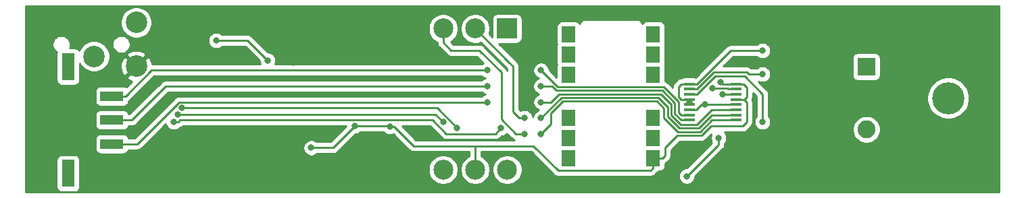
<source format=gbr>
G04 #@! TF.GenerationSoftware,KiCad,Pcbnew,(5.1.0)-1*
G04 #@! TF.CreationDate,2022-11-08T16:58:41+01:00*
G04 #@! TF.ProjectId,DualPressure_V1,4475616c-5072-4657-9373-7572655f5631,rev?*
G04 #@! TF.SameCoordinates,Original*
G04 #@! TF.FileFunction,Copper,L2,Bot*
G04 #@! TF.FilePolarity,Positive*
%FSLAX46Y46*%
G04 Gerber Fmt 4.6, Leading zero omitted, Abs format (unit mm)*
G04 Created by KiCad (PCBNEW (5.1.0)-1) date 2022-11-08 16:58:41*
%MOMM*%
%LPD*%
G04 APERTURE LIST*
%ADD10R,1.750000X2.000000*%
%ADD11R,1.475000X0.450000*%
%ADD12C,2.704000*%
%ADD13R,2.920000X1.270000*%
%ADD14R,1.650000X3.430000*%
%ADD15C,2.500000*%
%ADD16R,2.500000X2.500000*%
%ADD17R,2.250000X2.250000*%
%ADD18C,2.250000*%
%ADD19C,4.050000*%
%ADD20C,0.800000*%
%ADD21C,0.250000*%
%ADD22C,0.254000*%
G04 APERTURE END LIST*
D10*
X189950000Y-101960000D03*
X200550000Y-101960000D03*
X189950000Y-104500000D03*
X200550000Y-104500000D03*
X189950000Y-107040000D03*
X200550000Y-107040000D03*
X189950000Y-91460000D03*
X200550000Y-91460000D03*
X189950000Y-94000000D03*
X200550000Y-94000000D03*
X189950000Y-96540000D03*
X200550000Y-96540000D03*
D11*
X205062000Y-102275000D03*
X205062000Y-101625000D03*
X205062000Y-100975000D03*
X205062000Y-100325000D03*
X205062000Y-99675000D03*
X205062000Y-99025000D03*
X205062000Y-98375000D03*
X205062000Y-97725000D03*
X210938000Y-97725000D03*
X210938000Y-98375000D03*
X210938000Y-99025000D03*
X210938000Y-99675000D03*
X210938000Y-100325000D03*
X210938000Y-100975000D03*
X210938000Y-101625000D03*
X210938000Y-102275000D03*
D12*
X130500000Y-94250000D03*
X135800000Y-90000000D03*
X135800000Y-95500000D03*
D13*
X132730000Y-99250000D03*
X132730000Y-102250000D03*
X132730000Y-105250000D03*
D14*
X127250000Y-95545000D03*
X127250000Y-108955000D03*
D15*
X174250000Y-90750000D03*
X174250000Y-108500000D03*
X178250000Y-108500000D03*
X182250000Y-108500000D03*
D16*
X182250000Y-90750000D03*
D15*
X178250000Y-90750000D03*
D17*
X227250000Y-95550000D03*
D18*
X227250000Y-103450000D03*
D19*
X237500000Y-99500000D03*
D20*
X190200000Y-101960000D03*
X209250000Y-99000000D03*
X214250000Y-93525000D03*
X205062000Y-100062000D03*
X189950000Y-107040000D03*
X189500000Y-96788477D03*
X152250000Y-94750000D03*
X145800000Y-92250000D03*
X209000000Y-97500000D03*
X200550000Y-96540000D03*
X163202000Y-103000000D03*
X167540000Y-103100000D03*
X157700000Y-105750000D03*
X190200000Y-91460000D03*
X208000000Y-98250000D03*
X204750000Y-109325010D03*
X208750000Y-104500000D03*
X207075000Y-100325000D03*
X179775000Y-100000000D03*
X179775000Y-98000000D03*
X179775000Y-96000000D03*
X214250000Y-96500000D03*
X214250000Y-102500000D03*
X153250000Y-109000000D03*
X211000000Y-107000000D03*
X171000000Y-104500000D03*
X155500000Y-95000000D03*
X184450000Y-104000000D03*
X140500000Y-102500000D03*
X181500000Y-103250000D03*
X184450000Y-102000000D03*
X140957872Y-101565298D03*
X174237347Y-102512653D03*
X141500000Y-100725000D03*
X176000000Y-103250000D03*
X186500000Y-98000000D03*
X186500000Y-96000000D03*
X186500000Y-100000000D03*
X186500000Y-102000000D03*
X186500000Y-104000000D03*
D21*
X210913000Y-99000000D02*
X210938000Y-99025000D01*
X209250000Y-99000000D02*
X210913000Y-99000000D01*
X204074500Y-97725000D02*
X203750000Y-98049500D01*
X205062000Y-97725000D02*
X204074500Y-97725000D01*
X204074500Y-99675000D02*
X205062000Y-99675000D01*
X203750000Y-99350500D02*
X204074500Y-99675000D01*
X203750000Y-98049500D02*
X203750000Y-99350500D01*
X205062000Y-99675000D02*
X205062000Y-100062000D01*
X205062000Y-100325000D02*
X205062000Y-100062000D01*
X152250000Y-94750000D02*
X149750000Y-92250000D01*
X149750000Y-92250000D02*
X145800000Y-92250000D01*
X210249500Y-93525000D02*
X211525000Y-93525000D01*
X206049500Y-97725000D02*
X210249500Y-93525000D01*
X205062000Y-97725000D02*
X206049500Y-97725000D01*
X211525000Y-93525000D02*
X214250000Y-93525000D01*
X211835502Y-97725000D02*
X212250000Y-98139498D01*
X210938000Y-97725000D02*
X211835502Y-97725000D01*
X212250000Y-99350500D02*
X211925500Y-99675000D01*
X212250000Y-98139498D02*
X212250000Y-99350500D01*
X210938000Y-97725000D02*
X209225000Y-97725000D01*
X209225000Y-97725000D02*
X209000000Y-97500000D01*
X211925500Y-99675000D02*
X210938000Y-99675000D01*
X207146866Y-103646866D02*
X207146864Y-103646866D01*
X206896866Y-103896866D02*
X206896864Y-103896866D01*
X201710000Y-107040000D02*
X200550000Y-107040000D01*
X202000000Y-106750000D02*
X201710000Y-107040000D01*
X202000000Y-105750000D02*
X202000000Y-106750000D01*
X203574970Y-104175030D02*
X202000000Y-105750000D01*
X206618700Y-104175030D02*
X203574970Y-104175030D01*
X207771865Y-103021865D02*
X206618700Y-104175030D01*
X211738637Y-103021865D02*
X207771865Y-103021865D01*
X212250000Y-102510502D02*
X211738637Y-103021865D01*
X212250000Y-99999500D02*
X212250000Y-102510502D01*
X211925500Y-99675000D02*
X212250000Y-99999500D01*
X167440000Y-103000000D02*
X167540000Y-103100000D01*
X163202000Y-103000000D02*
X167440000Y-103000000D01*
X168115000Y-103100000D02*
X167540000Y-103100000D01*
X200550000Y-108290000D02*
X200239990Y-108600010D01*
X200550000Y-107040000D02*
X200550000Y-108290000D01*
X168115000Y-103100000D02*
X170515000Y-105500000D01*
X185549980Y-105500000D02*
X188649990Y-108600010D01*
X200239990Y-108600010D02*
X188649990Y-108600010D01*
X160452000Y-105750000D02*
X163202000Y-103000000D01*
X157700000Y-105750000D02*
X160452000Y-105750000D01*
X178250000Y-108500000D02*
X178250000Y-105500000D01*
X170515000Y-105500000D02*
X178250000Y-105500000D01*
X178250000Y-105500000D02*
X185549980Y-105500000D01*
X210040498Y-98375000D02*
X210938000Y-98375000D01*
X209915498Y-98250000D02*
X210040498Y-98375000D01*
X208000000Y-98250000D02*
X209915498Y-98250000D01*
X205959502Y-100975000D02*
X205062000Y-100975000D01*
X206609502Y-100325000D02*
X205959502Y-100975000D01*
X210938000Y-100325000D02*
X207075000Y-100325000D01*
X207075000Y-100325000D02*
X206609502Y-100325000D01*
X208750000Y-105325010D02*
X208537505Y-105537505D01*
X208750000Y-104500000D02*
X208750000Y-105325010D01*
X204750000Y-109325010D02*
X208537505Y-105537505D01*
X134440000Y-105250000D02*
X132730000Y-105250000D01*
X135901998Y-105250000D02*
X134440000Y-105250000D01*
X141151999Y-99999999D02*
X135901998Y-105250000D01*
X179775000Y-100000000D02*
X141151999Y-99999999D01*
X135250000Y-102250000D02*
X132730000Y-102250000D01*
X139500000Y-98000000D02*
X135250000Y-102250000D01*
X179775000Y-98000000D02*
X139500000Y-98000000D01*
X134440000Y-99250000D02*
X132730000Y-99250000D01*
X137690000Y-96000000D02*
X134440000Y-99250000D01*
X179775000Y-96000000D02*
X137690000Y-96000000D01*
X206049500Y-98375000D02*
X205062000Y-98375000D01*
X208174500Y-96250000D02*
X206049500Y-98375000D01*
X212250000Y-96250000D02*
X208174500Y-96250000D01*
X214250000Y-96500000D02*
X212500000Y-96500000D01*
X212500000Y-96500000D02*
X212250000Y-96250000D01*
X214250000Y-101687500D02*
X214250000Y-102500000D01*
X214250000Y-98989498D02*
X214250000Y-101687500D01*
X212010502Y-96750000D02*
X214250000Y-98989498D01*
X208310910Y-96750000D02*
X212010502Y-96750000D01*
X205062000Y-99025000D02*
X206035910Y-99025000D01*
X206035910Y-99025000D02*
X208310910Y-96750000D01*
X183323002Y-104000000D02*
X184450000Y-104000000D01*
X174250000Y-90750000D02*
X174250000Y-92517766D01*
X174250000Y-92517766D02*
X175232234Y-93500000D01*
X175232234Y-93500000D02*
X178767766Y-93500000D01*
X178767766Y-93500000D02*
X181508883Y-96241117D01*
X181508883Y-96241117D02*
X181508883Y-102185881D01*
X181508883Y-102185881D02*
X183323002Y-104000000D01*
X140500000Y-102500000D02*
X141065685Y-102500000D01*
X141065685Y-102500000D02*
X141290686Y-102274999D01*
X174626693Y-103975001D02*
X180774999Y-103975001D01*
X172926691Y-102274999D02*
X174626693Y-103975001D01*
X180774999Y-103975001D02*
X181500000Y-103250000D01*
X141290686Y-102274999D02*
X143524999Y-102274999D01*
X143290686Y-102274999D02*
X143524999Y-102274999D01*
X143524999Y-102274999D02*
X172926691Y-102274999D01*
X182500000Y-95000000D02*
X178250000Y-90750000D01*
X183775000Y-102000000D02*
X183000000Y-101225000D01*
X184450000Y-102000000D02*
X183775000Y-102000000D01*
X183000000Y-95500000D02*
X182500000Y-95000000D01*
X183000000Y-101225000D02*
X183000000Y-95500000D01*
X173289992Y-101565298D02*
X174237347Y-102512653D01*
X140957872Y-101565298D02*
X143184702Y-101565298D01*
X142957872Y-101565298D02*
X143184702Y-101565298D01*
X143184702Y-101565298D02*
X173289992Y-101565298D01*
X173475000Y-100725000D02*
X176000000Y-103250000D01*
X141500000Y-100725000D02*
X143725000Y-100725000D01*
X143500000Y-100725000D02*
X143725000Y-100725000D01*
X143725000Y-100725000D02*
X173475000Y-100725000D01*
X187863590Y-98000000D02*
X186500000Y-98000000D01*
X204074500Y-102275000D02*
X203250000Y-101450500D01*
X205062000Y-102275000D02*
X204074500Y-102275000D01*
X203250000Y-101450500D02*
X203250000Y-100123320D01*
X201676700Y-98550020D02*
X188413609Y-98550019D01*
X203250000Y-100123320D02*
X201676700Y-98550020D01*
X188413609Y-98550019D02*
X187863590Y-98000000D01*
X187875000Y-97375000D02*
X186500000Y-96000000D01*
X205062000Y-101625000D02*
X204074500Y-101625000D01*
X204074500Y-101625000D02*
X203750000Y-101300500D01*
X203750000Y-101300500D02*
X203750000Y-99986910D01*
X203750000Y-99986910D02*
X201863100Y-98100010D01*
X201863100Y-98100010D02*
X188600010Y-98100010D01*
X188600010Y-98100010D02*
X187875000Y-97375000D01*
X207909502Y-100975000D02*
X206059501Y-102825001D01*
X210938000Y-100975000D02*
X207909502Y-100975000D01*
X206059501Y-102825001D02*
X203988091Y-102825001D01*
X203988091Y-102825001D02*
X202799990Y-101636900D01*
X202799990Y-101636900D02*
X202799990Y-100309720D01*
X202799990Y-100309720D02*
X201490299Y-99000029D01*
X187750058Y-100000000D02*
X188750029Y-99000029D01*
X186500000Y-100000000D02*
X187750058Y-100000000D01*
X201490299Y-99000029D02*
X188750029Y-99000029D01*
X207895912Y-101625000D02*
X210938000Y-101625000D01*
X206245901Y-103275011D02*
X207895912Y-101625000D01*
X186500000Y-102000000D02*
X189049961Y-99450039D01*
X189049961Y-99450039D02*
X201200039Y-99450039D01*
X202349980Y-100599980D02*
X202349980Y-101823300D01*
X202349980Y-101823300D02*
X203801690Y-103275010D01*
X201200039Y-99450039D02*
X202349980Y-100599980D01*
X203801690Y-103275010D02*
X206245901Y-103275011D01*
X187750000Y-101386410D02*
X187750000Y-102750000D01*
X201013639Y-99900049D02*
X189236361Y-99900049D01*
X210938000Y-102275000D02*
X207882322Y-102275000D01*
X207882322Y-102275000D02*
X206432300Y-103725020D01*
X206432300Y-103725020D02*
X203615290Y-103725020D01*
X187750000Y-102750000D02*
X186500000Y-104000000D01*
X189236361Y-99900049D02*
X187750000Y-101386410D01*
X203615290Y-103725020D02*
X201881780Y-101991510D01*
X201881780Y-101991510D02*
X201881780Y-100768190D01*
X201881780Y-100768190D02*
X201013639Y-99900049D01*
D22*
G36*
X243840000Y-111340000D02*
G01*
X121910000Y-111340000D01*
X121910000Y-107240000D01*
X125786928Y-107240000D01*
X125786928Y-110670000D01*
X125799188Y-110794482D01*
X125835498Y-110914180D01*
X125894463Y-111024494D01*
X125973815Y-111121185D01*
X126070506Y-111200537D01*
X126180820Y-111259502D01*
X126300518Y-111295812D01*
X126425000Y-111308072D01*
X128075000Y-111308072D01*
X128199482Y-111295812D01*
X128319180Y-111259502D01*
X128429494Y-111200537D01*
X128526185Y-111121185D01*
X128605537Y-111024494D01*
X128664502Y-110914180D01*
X128700812Y-110794482D01*
X128713072Y-110670000D01*
X128713072Y-108314344D01*
X172365000Y-108314344D01*
X172365000Y-108685656D01*
X172437439Y-109049834D01*
X172579534Y-109392882D01*
X172785825Y-109701618D01*
X173048382Y-109964175D01*
X173357118Y-110170466D01*
X173700166Y-110312561D01*
X174064344Y-110385000D01*
X174435656Y-110385000D01*
X174799834Y-110312561D01*
X175142882Y-110170466D01*
X175451618Y-109964175D01*
X175714175Y-109701618D01*
X175920466Y-109392882D01*
X176062561Y-109049834D01*
X176135000Y-108685656D01*
X176135000Y-108314344D01*
X176062561Y-107950166D01*
X175920466Y-107607118D01*
X175714175Y-107298382D01*
X175451618Y-107035825D01*
X175142882Y-106829534D01*
X174799834Y-106687439D01*
X174435656Y-106615000D01*
X174064344Y-106615000D01*
X173700166Y-106687439D01*
X173357118Y-106829534D01*
X173048382Y-107035825D01*
X172785825Y-107298382D01*
X172579534Y-107607118D01*
X172437439Y-107950166D01*
X172365000Y-108314344D01*
X128713072Y-108314344D01*
X128713072Y-107240000D01*
X128700812Y-107115518D01*
X128664502Y-106995820D01*
X128605537Y-106885506D01*
X128526185Y-106788815D01*
X128429494Y-106709463D01*
X128319180Y-106650498D01*
X128199482Y-106614188D01*
X128075000Y-106601928D01*
X126425000Y-106601928D01*
X126300518Y-106614188D01*
X126180820Y-106650498D01*
X126070506Y-106709463D01*
X125973815Y-106788815D01*
X125894463Y-106885506D01*
X125835498Y-106995820D01*
X125799188Y-107115518D01*
X125786928Y-107240000D01*
X121910000Y-107240000D01*
X121910000Y-98615000D01*
X130631928Y-98615000D01*
X130631928Y-99885000D01*
X130644188Y-100009482D01*
X130680498Y-100129180D01*
X130739463Y-100239494D01*
X130818815Y-100336185D01*
X130915506Y-100415537D01*
X131025820Y-100474502D01*
X131145518Y-100510812D01*
X131270000Y-100523072D01*
X134190000Y-100523072D01*
X134314482Y-100510812D01*
X134434180Y-100474502D01*
X134544494Y-100415537D01*
X134641185Y-100336185D01*
X134720537Y-100239494D01*
X134779502Y-100129180D01*
X134815812Y-100009482D01*
X134826063Y-99905400D01*
X134864276Y-99884974D01*
X134980001Y-99790001D01*
X135003804Y-99760997D01*
X138004802Y-96760000D01*
X179071289Y-96760000D01*
X179115226Y-96803937D01*
X179284744Y-96917205D01*
X179473102Y-96995226D01*
X179497103Y-97000000D01*
X179473102Y-97004774D01*
X179284744Y-97082795D01*
X179115226Y-97196063D01*
X179071289Y-97240000D01*
X139537325Y-97240000D01*
X139500000Y-97236324D01*
X139462675Y-97240000D01*
X139462667Y-97240000D01*
X139351014Y-97250997D01*
X139207753Y-97294454D01*
X139075724Y-97365026D01*
X138959999Y-97459999D01*
X138936201Y-97488997D01*
X134935199Y-101490000D01*
X134815655Y-101490000D01*
X134779502Y-101370820D01*
X134720537Y-101260506D01*
X134641185Y-101163815D01*
X134544494Y-101084463D01*
X134434180Y-101025498D01*
X134314482Y-100989188D01*
X134190000Y-100976928D01*
X131270000Y-100976928D01*
X131145518Y-100989188D01*
X131025820Y-101025498D01*
X130915506Y-101084463D01*
X130818815Y-101163815D01*
X130739463Y-101260506D01*
X130680498Y-101370820D01*
X130644188Y-101490518D01*
X130631928Y-101615000D01*
X130631928Y-102885000D01*
X130644188Y-103009482D01*
X130680498Y-103129180D01*
X130739463Y-103239494D01*
X130818815Y-103336185D01*
X130915506Y-103415537D01*
X131025820Y-103474502D01*
X131145518Y-103510812D01*
X131270000Y-103523072D01*
X134190000Y-103523072D01*
X134314482Y-103510812D01*
X134434180Y-103474502D01*
X134544494Y-103415537D01*
X134641185Y-103336185D01*
X134720537Y-103239494D01*
X134779502Y-103129180D01*
X134815655Y-103010000D01*
X135212678Y-103010000D01*
X135250000Y-103013676D01*
X135287322Y-103010000D01*
X135287333Y-103010000D01*
X135398986Y-102999003D01*
X135542247Y-102955546D01*
X135674276Y-102884974D01*
X135790001Y-102790001D01*
X135813804Y-102760997D01*
X139814802Y-98760000D01*
X179071289Y-98760000D01*
X179115226Y-98803937D01*
X179284744Y-98917205D01*
X179473102Y-98995226D01*
X179497103Y-99000000D01*
X179473102Y-99004774D01*
X179284744Y-99082795D01*
X179115226Y-99196063D01*
X179071288Y-99240001D01*
X141189332Y-99239999D01*
X141151999Y-99236322D01*
X141003013Y-99250996D01*
X140859752Y-99294453D01*
X140727723Y-99365025D01*
X140640996Y-99436200D01*
X140640992Y-99436204D01*
X140611999Y-99459998D01*
X140588205Y-99488991D01*
X135587197Y-104490000D01*
X134815655Y-104490000D01*
X134779502Y-104370820D01*
X134720537Y-104260506D01*
X134641185Y-104163815D01*
X134544494Y-104084463D01*
X134434180Y-104025498D01*
X134314482Y-103989188D01*
X134190000Y-103976928D01*
X131270000Y-103976928D01*
X131145518Y-103989188D01*
X131025820Y-104025498D01*
X130915506Y-104084463D01*
X130818815Y-104163815D01*
X130739463Y-104260506D01*
X130680498Y-104370820D01*
X130644188Y-104490518D01*
X130631928Y-104615000D01*
X130631928Y-105885000D01*
X130644188Y-106009482D01*
X130680498Y-106129180D01*
X130739463Y-106239494D01*
X130818815Y-106336185D01*
X130915506Y-106415537D01*
X131025820Y-106474502D01*
X131145518Y-106510812D01*
X131270000Y-106523072D01*
X134190000Y-106523072D01*
X134314482Y-106510812D01*
X134434180Y-106474502D01*
X134544494Y-106415537D01*
X134641185Y-106336185D01*
X134720537Y-106239494D01*
X134779502Y-106129180D01*
X134815655Y-106010000D01*
X135864676Y-106010000D01*
X135901998Y-106013676D01*
X135939320Y-106010000D01*
X135939331Y-106010000D01*
X136050984Y-105999003D01*
X136194245Y-105955546D01*
X136326274Y-105884974D01*
X136441999Y-105790001D01*
X136465802Y-105760997D01*
X139491522Y-102735277D01*
X139504774Y-102801898D01*
X139582795Y-102990256D01*
X139696063Y-103159774D01*
X139840226Y-103303937D01*
X140009744Y-103417205D01*
X140198102Y-103495226D01*
X140398061Y-103535000D01*
X140601939Y-103535000D01*
X140801898Y-103495226D01*
X140990256Y-103417205D01*
X141159774Y-103303937D01*
X141214724Y-103248987D01*
X141357932Y-103205546D01*
X141489961Y-103134974D01*
X141605686Y-103040001D01*
X141609791Y-103034999D01*
X162092199Y-103034999D01*
X160137199Y-104990000D01*
X158403711Y-104990000D01*
X158359774Y-104946063D01*
X158190256Y-104832795D01*
X158001898Y-104754774D01*
X157801939Y-104715000D01*
X157598061Y-104715000D01*
X157398102Y-104754774D01*
X157209744Y-104832795D01*
X157040226Y-104946063D01*
X156896063Y-105090226D01*
X156782795Y-105259744D01*
X156704774Y-105448102D01*
X156665000Y-105648061D01*
X156665000Y-105851939D01*
X156704774Y-106051898D01*
X156782795Y-106240256D01*
X156896063Y-106409774D01*
X157040226Y-106553937D01*
X157209744Y-106667205D01*
X157398102Y-106745226D01*
X157598061Y-106785000D01*
X157801939Y-106785000D01*
X158001898Y-106745226D01*
X158190256Y-106667205D01*
X158359774Y-106553937D01*
X158403711Y-106510000D01*
X160414678Y-106510000D01*
X160452000Y-106513676D01*
X160489322Y-106510000D01*
X160489333Y-106510000D01*
X160600986Y-106499003D01*
X160744247Y-106455546D01*
X160876276Y-106384974D01*
X160992001Y-106290001D01*
X161015804Y-106260997D01*
X163241802Y-104035000D01*
X163303939Y-104035000D01*
X163503898Y-103995226D01*
X163692256Y-103917205D01*
X163861774Y-103803937D01*
X163905711Y-103760000D01*
X166736289Y-103760000D01*
X166880226Y-103903937D01*
X167049744Y-104017205D01*
X167238102Y-104095226D01*
X167438061Y-104135000D01*
X167641939Y-104135000D01*
X167841898Y-104095226D01*
X167978742Y-104038543D01*
X169951200Y-106011002D01*
X169974999Y-106040001D01*
X170003997Y-106063799D01*
X170090724Y-106134974D01*
X170222753Y-106205546D01*
X170366014Y-106249003D01*
X170515000Y-106263677D01*
X170552333Y-106260000D01*
X177490001Y-106260000D01*
X177490001Y-106774492D01*
X177357118Y-106829534D01*
X177048382Y-107035825D01*
X176785825Y-107298382D01*
X176579534Y-107607118D01*
X176437439Y-107950166D01*
X176365000Y-108314344D01*
X176365000Y-108685656D01*
X176437439Y-109049834D01*
X176579534Y-109392882D01*
X176785825Y-109701618D01*
X177048382Y-109964175D01*
X177357118Y-110170466D01*
X177700166Y-110312561D01*
X178064344Y-110385000D01*
X178435656Y-110385000D01*
X178799834Y-110312561D01*
X179142882Y-110170466D01*
X179451618Y-109964175D01*
X179714175Y-109701618D01*
X179920466Y-109392882D01*
X180062561Y-109049834D01*
X180135000Y-108685656D01*
X180135000Y-108314344D01*
X180365000Y-108314344D01*
X180365000Y-108685656D01*
X180437439Y-109049834D01*
X180579534Y-109392882D01*
X180785825Y-109701618D01*
X181048382Y-109964175D01*
X181357118Y-110170466D01*
X181700166Y-110312561D01*
X182064344Y-110385000D01*
X182435656Y-110385000D01*
X182799834Y-110312561D01*
X183142882Y-110170466D01*
X183451618Y-109964175D01*
X183714175Y-109701618D01*
X183920466Y-109392882D01*
X184062561Y-109049834D01*
X184135000Y-108685656D01*
X184135000Y-108314344D01*
X184062561Y-107950166D01*
X183920466Y-107607118D01*
X183714175Y-107298382D01*
X183451618Y-107035825D01*
X183142882Y-106829534D01*
X182799834Y-106687439D01*
X182435656Y-106615000D01*
X182064344Y-106615000D01*
X181700166Y-106687439D01*
X181357118Y-106829534D01*
X181048382Y-107035825D01*
X180785825Y-107298382D01*
X180579534Y-107607118D01*
X180437439Y-107950166D01*
X180365000Y-108314344D01*
X180135000Y-108314344D01*
X180062561Y-107950166D01*
X179920466Y-107607118D01*
X179714175Y-107298382D01*
X179451618Y-107035825D01*
X179142882Y-106829534D01*
X179010000Y-106774493D01*
X179010000Y-106260000D01*
X185235179Y-106260000D01*
X188086191Y-109111013D01*
X188109989Y-109140011D01*
X188225714Y-109234984D01*
X188357743Y-109305556D01*
X188501004Y-109349013D01*
X188612657Y-109360010D01*
X188612666Y-109360010D01*
X188649989Y-109363686D01*
X188687312Y-109360010D01*
X200202668Y-109360010D01*
X200239990Y-109363686D01*
X200277312Y-109360010D01*
X200277323Y-109360010D01*
X200388976Y-109349013D01*
X200532237Y-109305556D01*
X200664266Y-109234984D01*
X200779991Y-109140011D01*
X200803794Y-109111007D01*
X201060997Y-108853804D01*
X201090001Y-108830001D01*
X201184974Y-108714276D01*
X201204326Y-108678072D01*
X201425000Y-108678072D01*
X201549482Y-108665812D01*
X201669180Y-108629502D01*
X201779494Y-108570537D01*
X201876185Y-108491185D01*
X201955537Y-108394494D01*
X202014502Y-108284180D01*
X202050812Y-108164482D01*
X202063072Y-108040000D01*
X202063072Y-107713034D01*
X202134276Y-107674974D01*
X202250001Y-107580001D01*
X202273804Y-107550997D01*
X202510997Y-107313804D01*
X202540001Y-107290001D01*
X202634974Y-107174276D01*
X202705546Y-107042247D01*
X202749003Y-106898986D01*
X202760000Y-106787333D01*
X202760000Y-106787323D01*
X202763676Y-106750000D01*
X202760000Y-106712677D01*
X202760000Y-106064801D01*
X203889772Y-104935030D01*
X206581378Y-104935030D01*
X206618700Y-104938706D01*
X206656022Y-104935030D01*
X206656033Y-104935030D01*
X206767686Y-104924033D01*
X206910947Y-104880576D01*
X207042976Y-104810004D01*
X207158701Y-104715031D01*
X207182504Y-104686027D01*
X207407853Y-104460678D01*
X207436867Y-104436867D01*
X207460678Y-104407854D01*
X207657855Y-104210677D01*
X207686867Y-104186867D01*
X207710677Y-104157855D01*
X207814415Y-104054116D01*
X207754774Y-104198102D01*
X207715000Y-104398061D01*
X207715000Y-104601939D01*
X207754774Y-104801898D01*
X207832795Y-104990256D01*
X207903754Y-105096454D01*
X204710199Y-108290010D01*
X204648061Y-108290010D01*
X204448102Y-108329784D01*
X204259744Y-108407805D01*
X204090226Y-108521073D01*
X203946063Y-108665236D01*
X203832795Y-108834754D01*
X203754774Y-109023112D01*
X203715000Y-109223071D01*
X203715000Y-109426949D01*
X203754774Y-109626908D01*
X203832795Y-109815266D01*
X203946063Y-109984784D01*
X204090226Y-110128947D01*
X204259744Y-110242215D01*
X204448102Y-110320236D01*
X204648061Y-110360010D01*
X204851939Y-110360010D01*
X205051898Y-110320236D01*
X205240256Y-110242215D01*
X205409774Y-110128947D01*
X205553937Y-109984784D01*
X205667205Y-109815266D01*
X205745226Y-109626908D01*
X205785000Y-109426949D01*
X205785000Y-109364811D01*
X209101304Y-106048508D01*
X209101309Y-106048502D01*
X209260997Y-105888814D01*
X209290001Y-105865011D01*
X209384974Y-105749286D01*
X209455546Y-105617257D01*
X209499003Y-105473996D01*
X209510000Y-105362343D01*
X209510000Y-105362334D01*
X209513676Y-105325011D01*
X209510000Y-105287688D01*
X209510000Y-105203711D01*
X209553937Y-105159774D01*
X209667205Y-104990256D01*
X209745226Y-104801898D01*
X209785000Y-104601939D01*
X209785000Y-104398061D01*
X209745226Y-104198102D01*
X209667205Y-104009744D01*
X209553937Y-103840226D01*
X209495576Y-103781865D01*
X211701315Y-103781865D01*
X211738637Y-103785541D01*
X211775959Y-103781865D01*
X211775970Y-103781865D01*
X211887623Y-103770868D01*
X212030884Y-103727411D01*
X212162913Y-103656839D01*
X212278638Y-103561866D01*
X212302440Y-103532863D01*
X212761007Y-103074297D01*
X212790001Y-103050503D01*
X212813795Y-103021510D01*
X212813799Y-103021506D01*
X212879605Y-102941320D01*
X212884974Y-102934778D01*
X212955546Y-102802749D01*
X212999003Y-102659488D01*
X213010000Y-102547835D01*
X213010000Y-102547826D01*
X213013676Y-102510503D01*
X213010000Y-102473180D01*
X213010000Y-100036822D01*
X213013676Y-99999499D01*
X213010000Y-99962176D01*
X213010000Y-99962167D01*
X212999003Y-99850514D01*
X212955546Y-99707253D01*
X212938306Y-99675000D01*
X212955546Y-99642747D01*
X212999003Y-99499486D01*
X213010000Y-99387833D01*
X213010000Y-99387824D01*
X213013676Y-99350501D01*
X213010000Y-99313178D01*
X213010000Y-98824300D01*
X213490000Y-99304301D01*
X213490001Y-101650158D01*
X213490000Y-101650168D01*
X213490000Y-101796289D01*
X213446063Y-101840226D01*
X213332795Y-102009744D01*
X213254774Y-102198102D01*
X213215000Y-102398061D01*
X213215000Y-102601939D01*
X213254774Y-102801898D01*
X213332795Y-102990256D01*
X213446063Y-103159774D01*
X213590226Y-103303937D01*
X213759744Y-103417205D01*
X213948102Y-103495226D01*
X214148061Y-103535000D01*
X214351939Y-103535000D01*
X214551898Y-103495226D01*
X214740256Y-103417205D01*
X214909774Y-103303937D01*
X214937056Y-103276655D01*
X225490000Y-103276655D01*
X225490000Y-103623345D01*
X225557636Y-103963373D01*
X225690308Y-104283673D01*
X225882919Y-104571935D01*
X226128065Y-104817081D01*
X226416327Y-105009692D01*
X226736627Y-105142364D01*
X227076655Y-105210000D01*
X227423345Y-105210000D01*
X227763373Y-105142364D01*
X228083673Y-105009692D01*
X228371935Y-104817081D01*
X228617081Y-104571935D01*
X228809692Y-104283673D01*
X228942364Y-103963373D01*
X229010000Y-103623345D01*
X229010000Y-103276655D01*
X228942364Y-102936627D01*
X228809692Y-102616327D01*
X228617081Y-102328065D01*
X228371935Y-102082919D01*
X228083673Y-101890308D01*
X227763373Y-101757636D01*
X227423345Y-101690000D01*
X227076655Y-101690000D01*
X226736627Y-101757636D01*
X226416327Y-101890308D01*
X226128065Y-102082919D01*
X225882919Y-102328065D01*
X225690308Y-102616327D01*
X225557636Y-102936627D01*
X225490000Y-103276655D01*
X214937056Y-103276655D01*
X215053937Y-103159774D01*
X215167205Y-102990256D01*
X215245226Y-102801898D01*
X215285000Y-102601939D01*
X215285000Y-102398061D01*
X215245226Y-102198102D01*
X215167205Y-102009744D01*
X215053937Y-101840226D01*
X215010000Y-101796289D01*
X215010000Y-99238013D01*
X234840000Y-99238013D01*
X234840000Y-99761987D01*
X234942222Y-100275893D01*
X235142738Y-100759983D01*
X235433843Y-101195651D01*
X235804349Y-101566157D01*
X236240017Y-101857262D01*
X236724107Y-102057778D01*
X237238013Y-102160000D01*
X237761987Y-102160000D01*
X238275893Y-102057778D01*
X238759983Y-101857262D01*
X239195651Y-101566157D01*
X239566157Y-101195651D01*
X239857262Y-100759983D01*
X240057778Y-100275893D01*
X240160000Y-99761987D01*
X240160000Y-99238013D01*
X240057778Y-98724107D01*
X239857262Y-98240017D01*
X239566157Y-97804349D01*
X239195651Y-97433843D01*
X238759983Y-97142738D01*
X238275893Y-96942222D01*
X237761987Y-96840000D01*
X237238013Y-96840000D01*
X236724107Y-96942222D01*
X236240017Y-97142738D01*
X235804349Y-97433843D01*
X235433843Y-97804349D01*
X235142738Y-98240017D01*
X234942222Y-98724107D01*
X234840000Y-99238013D01*
X215010000Y-99238013D01*
X215010000Y-99026820D01*
X215013676Y-98989497D01*
X215010000Y-98952174D01*
X215010000Y-98952165D01*
X214999003Y-98840512D01*
X214955546Y-98697251D01*
X214884974Y-98565222D01*
X214863866Y-98539502D01*
X214813799Y-98478494D01*
X214813795Y-98478490D01*
X214790001Y-98449497D01*
X214761009Y-98425704D01*
X213737940Y-97402636D01*
X213759744Y-97417205D01*
X213948102Y-97495226D01*
X214148061Y-97535000D01*
X214351939Y-97535000D01*
X214551898Y-97495226D01*
X214740256Y-97417205D01*
X214909774Y-97303937D01*
X215053937Y-97159774D01*
X215167205Y-96990256D01*
X215245226Y-96801898D01*
X215285000Y-96601939D01*
X215285000Y-96398061D01*
X215245226Y-96198102D01*
X215167205Y-96009744D01*
X215053937Y-95840226D01*
X214909774Y-95696063D01*
X214740256Y-95582795D01*
X214551898Y-95504774D01*
X214351939Y-95465000D01*
X214148061Y-95465000D01*
X213948102Y-95504774D01*
X213759744Y-95582795D01*
X213590226Y-95696063D01*
X213546289Y-95740000D01*
X212814801Y-95740000D01*
X212813803Y-95739002D01*
X212790001Y-95709999D01*
X212674276Y-95615026D01*
X212542247Y-95544454D01*
X212398986Y-95500997D01*
X212287333Y-95490000D01*
X212287322Y-95490000D01*
X212250000Y-95486324D01*
X212212678Y-95490000D01*
X209359302Y-95490000D01*
X210564302Y-94285000D01*
X213546289Y-94285000D01*
X213590226Y-94328937D01*
X213759744Y-94442205D01*
X213948102Y-94520226D01*
X214148061Y-94560000D01*
X214351939Y-94560000D01*
X214551898Y-94520226D01*
X214740256Y-94442205D01*
X214766005Y-94425000D01*
X225486928Y-94425000D01*
X225486928Y-96675000D01*
X225499188Y-96799482D01*
X225535498Y-96919180D01*
X225594463Y-97029494D01*
X225673815Y-97126185D01*
X225770506Y-97205537D01*
X225880820Y-97264502D01*
X226000518Y-97300812D01*
X226125000Y-97313072D01*
X228375000Y-97313072D01*
X228499482Y-97300812D01*
X228619180Y-97264502D01*
X228729494Y-97205537D01*
X228826185Y-97126185D01*
X228905537Y-97029494D01*
X228964502Y-96919180D01*
X229000812Y-96799482D01*
X229013072Y-96675000D01*
X229013072Y-94425000D01*
X229000812Y-94300518D01*
X228964502Y-94180820D01*
X228905537Y-94070506D01*
X228826185Y-93973815D01*
X228729494Y-93894463D01*
X228619180Y-93835498D01*
X228499482Y-93799188D01*
X228375000Y-93786928D01*
X226125000Y-93786928D01*
X226000518Y-93799188D01*
X225880820Y-93835498D01*
X225770506Y-93894463D01*
X225673815Y-93973815D01*
X225594463Y-94070506D01*
X225535498Y-94180820D01*
X225499188Y-94300518D01*
X225486928Y-94425000D01*
X214766005Y-94425000D01*
X214909774Y-94328937D01*
X215053937Y-94184774D01*
X215167205Y-94015256D01*
X215245226Y-93826898D01*
X215285000Y-93626939D01*
X215285000Y-93423061D01*
X215245226Y-93223102D01*
X215167205Y-93034744D01*
X215053937Y-92865226D01*
X214909774Y-92721063D01*
X214740256Y-92607795D01*
X214551898Y-92529774D01*
X214351939Y-92490000D01*
X214148061Y-92490000D01*
X213948102Y-92529774D01*
X213759744Y-92607795D01*
X213590226Y-92721063D01*
X213546289Y-92765000D01*
X210286823Y-92765000D01*
X210249500Y-92761324D01*
X210212177Y-92765000D01*
X210212167Y-92765000D01*
X210100514Y-92775997D01*
X209957253Y-92819454D01*
X209825223Y-92890026D01*
X209761842Y-92942042D01*
X209709499Y-92984999D01*
X209685701Y-93013997D01*
X205834340Y-96865359D01*
X205799500Y-96861928D01*
X204324500Y-96861928D01*
X204200018Y-96874188D01*
X204080320Y-96910498D01*
X203970006Y-96969463D01*
X203967026Y-96971908D01*
X203925514Y-96975997D01*
X203782253Y-97019454D01*
X203650224Y-97090026D01*
X203534499Y-97184999D01*
X203510696Y-97214003D01*
X203239003Y-97485696D01*
X203209999Y-97509499D01*
X203168547Y-97560009D01*
X203115026Y-97625224D01*
X203069713Y-97709999D01*
X203044454Y-97757254D01*
X203000997Y-97900515D01*
X202990000Y-98012168D01*
X202990000Y-98012178D01*
X202986324Y-98049500D01*
X202990000Y-98086823D01*
X202990000Y-98152109D01*
X202426904Y-97589013D01*
X202403101Y-97560009D01*
X202287376Y-97465036D01*
X202155347Y-97394464D01*
X202063072Y-97366473D01*
X202063072Y-95540000D01*
X202050812Y-95415518D01*
X202014502Y-95295820D01*
X202000701Y-95270000D01*
X202014502Y-95244180D01*
X202050812Y-95124482D01*
X202063072Y-95000000D01*
X202063072Y-93000000D01*
X202050812Y-92875518D01*
X202014502Y-92755820D01*
X202000701Y-92730000D01*
X202014502Y-92704180D01*
X202050812Y-92584482D01*
X202063072Y-92460000D01*
X202063072Y-90460000D01*
X202050812Y-90335518D01*
X202014502Y-90215820D01*
X201955537Y-90105506D01*
X201876185Y-90008815D01*
X201779494Y-89929463D01*
X201669180Y-89870498D01*
X201549482Y-89834188D01*
X201425000Y-89821928D01*
X199675000Y-89821928D01*
X199550518Y-89834188D01*
X199430820Y-89870498D01*
X199320506Y-89929463D01*
X199223815Y-90008815D01*
X199145487Y-90104258D01*
X199112710Y-89996207D01*
X199051425Y-89881550D01*
X198968948Y-89781052D01*
X198868450Y-89698575D01*
X198753793Y-89637290D01*
X198629383Y-89599550D01*
X198532419Y-89590000D01*
X198500000Y-89586807D01*
X198467581Y-89590000D01*
X192032419Y-89590000D01*
X192000000Y-89586807D01*
X191967581Y-89590000D01*
X191870617Y-89599550D01*
X191746207Y-89637290D01*
X191631550Y-89698575D01*
X191531052Y-89781052D01*
X191448575Y-89881550D01*
X191387290Y-89996207D01*
X191354513Y-90104258D01*
X191276185Y-90008815D01*
X191179494Y-89929463D01*
X191069180Y-89870498D01*
X190949482Y-89834188D01*
X190825000Y-89821928D01*
X189075000Y-89821928D01*
X188950518Y-89834188D01*
X188830820Y-89870498D01*
X188720506Y-89929463D01*
X188623815Y-90008815D01*
X188544463Y-90105506D01*
X188485498Y-90215820D01*
X188449188Y-90335518D01*
X188436928Y-90460000D01*
X188436928Y-92460000D01*
X188449188Y-92584482D01*
X188485498Y-92704180D01*
X188499299Y-92730000D01*
X188485498Y-92755820D01*
X188449188Y-92875518D01*
X188436928Y-93000000D01*
X188436928Y-95000000D01*
X188449188Y-95124482D01*
X188485498Y-95244180D01*
X188499299Y-95270000D01*
X188485498Y-95295820D01*
X188449188Y-95415518D01*
X188436928Y-95540000D01*
X188436928Y-96862126D01*
X187535000Y-95960199D01*
X187535000Y-95898061D01*
X187495226Y-95698102D01*
X187417205Y-95509744D01*
X187303937Y-95340226D01*
X187159774Y-95196063D01*
X186990256Y-95082795D01*
X186801898Y-95004774D01*
X186601939Y-94965000D01*
X186398061Y-94965000D01*
X186198102Y-95004774D01*
X186009744Y-95082795D01*
X185840226Y-95196063D01*
X185696063Y-95340226D01*
X185582795Y-95509744D01*
X185504774Y-95698102D01*
X185465000Y-95898061D01*
X185465000Y-96101939D01*
X185504774Y-96301898D01*
X185582795Y-96490256D01*
X185696063Y-96659774D01*
X185840226Y-96803937D01*
X186009744Y-96917205D01*
X186198102Y-96995226D01*
X186222103Y-97000000D01*
X186198102Y-97004774D01*
X186009744Y-97082795D01*
X185840226Y-97196063D01*
X185696063Y-97340226D01*
X185582795Y-97509744D01*
X185504774Y-97698102D01*
X185465000Y-97898061D01*
X185465000Y-98101939D01*
X185504774Y-98301898D01*
X185582795Y-98490256D01*
X185696063Y-98659774D01*
X185840226Y-98803937D01*
X186009744Y-98917205D01*
X186198102Y-98995226D01*
X186222103Y-99000000D01*
X186198102Y-99004774D01*
X186009744Y-99082795D01*
X185840226Y-99196063D01*
X185696063Y-99340226D01*
X185582795Y-99509744D01*
X185504774Y-99698102D01*
X185465000Y-99898061D01*
X185465000Y-100101939D01*
X185504774Y-100301898D01*
X185582795Y-100490256D01*
X185696063Y-100659774D01*
X185840226Y-100803937D01*
X186009744Y-100917205D01*
X186198102Y-100995226D01*
X186222103Y-101000000D01*
X186198102Y-101004774D01*
X186009744Y-101082795D01*
X185840226Y-101196063D01*
X185696063Y-101340226D01*
X185582795Y-101509744D01*
X185504774Y-101698102D01*
X185475000Y-101847787D01*
X185445226Y-101698102D01*
X185367205Y-101509744D01*
X185253937Y-101340226D01*
X185109774Y-101196063D01*
X184940256Y-101082795D01*
X184751898Y-101004774D01*
X184551939Y-100965000D01*
X184348061Y-100965000D01*
X184148102Y-101004774D01*
X183959744Y-101082795D01*
X183943470Y-101093669D01*
X183760000Y-100910199D01*
X183760000Y-95537325D01*
X183763676Y-95500000D01*
X183760000Y-95462675D01*
X183760000Y-95462667D01*
X183749003Y-95351014D01*
X183705546Y-95207753D01*
X183634974Y-95075724D01*
X183540001Y-94959999D01*
X183510997Y-94936196D01*
X183063804Y-94489003D01*
X183063799Y-94488997D01*
X181212874Y-92638072D01*
X183500000Y-92638072D01*
X183624482Y-92625812D01*
X183744180Y-92589502D01*
X183854494Y-92530537D01*
X183951185Y-92451185D01*
X184030537Y-92354494D01*
X184089502Y-92244180D01*
X184125812Y-92124482D01*
X184138072Y-92000000D01*
X184138072Y-89500000D01*
X184125812Y-89375518D01*
X184089502Y-89255820D01*
X184030537Y-89145506D01*
X183951185Y-89048815D01*
X183854494Y-88969463D01*
X183744180Y-88910498D01*
X183624482Y-88874188D01*
X183500000Y-88861928D01*
X181000000Y-88861928D01*
X180875518Y-88874188D01*
X180755820Y-88910498D01*
X180645506Y-88969463D01*
X180548815Y-89048815D01*
X180469463Y-89145506D01*
X180410498Y-89255820D01*
X180374188Y-89375518D01*
X180361928Y-89500000D01*
X180361928Y-91787127D01*
X180007519Y-91432718D01*
X180062561Y-91299834D01*
X180135000Y-90935656D01*
X180135000Y-90564344D01*
X180062561Y-90200166D01*
X179920466Y-89857118D01*
X179714175Y-89548382D01*
X179451618Y-89285825D01*
X179142882Y-89079534D01*
X178799834Y-88937439D01*
X178435656Y-88865000D01*
X178064344Y-88865000D01*
X177700166Y-88937439D01*
X177357118Y-89079534D01*
X177048382Y-89285825D01*
X176785825Y-89548382D01*
X176579534Y-89857118D01*
X176437439Y-90200166D01*
X176365000Y-90564344D01*
X176365000Y-90935656D01*
X176437439Y-91299834D01*
X176579534Y-91642882D01*
X176785825Y-91951618D01*
X177048382Y-92214175D01*
X177357118Y-92420466D01*
X177700166Y-92562561D01*
X178064344Y-92635000D01*
X178435656Y-92635000D01*
X178799834Y-92562561D01*
X178932718Y-92507519D01*
X181988997Y-95563799D01*
X181989003Y-95563804D01*
X182240001Y-95814802D01*
X182240001Y-96033171D01*
X182214429Y-95948870D01*
X182143857Y-95816841D01*
X182048884Y-95701116D01*
X182019887Y-95677319D01*
X179331570Y-92989003D01*
X179307767Y-92959999D01*
X179192042Y-92865026D01*
X179060013Y-92794454D01*
X178916752Y-92750997D01*
X178805099Y-92740000D01*
X178805088Y-92740000D01*
X178767766Y-92736324D01*
X178730444Y-92740000D01*
X175547036Y-92740000D01*
X175193608Y-92386572D01*
X175451618Y-92214175D01*
X175714175Y-91951618D01*
X175920466Y-91642882D01*
X176062561Y-91299834D01*
X176135000Y-90935656D01*
X176135000Y-90564344D01*
X176062561Y-90200166D01*
X175920466Y-89857118D01*
X175714175Y-89548382D01*
X175451618Y-89285825D01*
X175142882Y-89079534D01*
X174799834Y-88937439D01*
X174435656Y-88865000D01*
X174064344Y-88865000D01*
X173700166Y-88937439D01*
X173357118Y-89079534D01*
X173048382Y-89285825D01*
X172785825Y-89548382D01*
X172579534Y-89857118D01*
X172437439Y-90200166D01*
X172365000Y-90564344D01*
X172365000Y-90935656D01*
X172437439Y-91299834D01*
X172579534Y-91642882D01*
X172785825Y-91951618D01*
X173048382Y-92214175D01*
X173357118Y-92420466D01*
X173490001Y-92475508D01*
X173490001Y-92480434D01*
X173486324Y-92517766D01*
X173490001Y-92555099D01*
X173500998Y-92666752D01*
X173513085Y-92706597D01*
X173544454Y-92810012D01*
X173615026Y-92942042D01*
X173686201Y-93028768D01*
X173710000Y-93057767D01*
X173738998Y-93081565D01*
X174668434Y-94011002D01*
X174692233Y-94040001D01*
X174807958Y-94134974D01*
X174939987Y-94205546D01*
X175083248Y-94249003D01*
X175194901Y-94260000D01*
X175194909Y-94260000D01*
X175232234Y-94263676D01*
X175269559Y-94260000D01*
X178452965Y-94260000D01*
X179279358Y-95086394D01*
X179115226Y-95196063D01*
X179071289Y-95240000D01*
X153167311Y-95240000D01*
X153245226Y-95051898D01*
X153285000Y-94851939D01*
X153285000Y-94648061D01*
X153245226Y-94448102D01*
X153167205Y-94259744D01*
X153053937Y-94090226D01*
X152909774Y-93946063D01*
X152740256Y-93832795D01*
X152551898Y-93754774D01*
X152351939Y-93715000D01*
X152289802Y-93715000D01*
X150313804Y-91739003D01*
X150290001Y-91709999D01*
X150174276Y-91615026D01*
X150042247Y-91544454D01*
X149898986Y-91500997D01*
X149787333Y-91490000D01*
X149787322Y-91490000D01*
X149750000Y-91486324D01*
X149712678Y-91490000D01*
X146503711Y-91490000D01*
X146459774Y-91446063D01*
X146290256Y-91332795D01*
X146101898Y-91254774D01*
X145901939Y-91215000D01*
X145698061Y-91215000D01*
X145498102Y-91254774D01*
X145309744Y-91332795D01*
X145140226Y-91446063D01*
X144996063Y-91590226D01*
X144882795Y-91759744D01*
X144804774Y-91948102D01*
X144765000Y-92148061D01*
X144765000Y-92351939D01*
X144804774Y-92551898D01*
X144882795Y-92740256D01*
X144996063Y-92909774D01*
X145140226Y-93053937D01*
X145309744Y-93167205D01*
X145498102Y-93245226D01*
X145698061Y-93285000D01*
X145901939Y-93285000D01*
X146101898Y-93245226D01*
X146290256Y-93167205D01*
X146459774Y-93053937D01*
X146503711Y-93010000D01*
X149435199Y-93010000D01*
X151215000Y-94789802D01*
X151215000Y-94851939D01*
X151254774Y-95051898D01*
X151332689Y-95240000D01*
X137769992Y-95240000D01*
X137748173Y-95062857D01*
X137625456Y-94691187D01*
X137486672Y-94431541D01*
X137186262Y-94293343D01*
X135979605Y-95500000D01*
X135993748Y-95514143D01*
X135814143Y-95693748D01*
X135800000Y-95679605D01*
X134593343Y-96886262D01*
X134731541Y-97186672D01*
X135081125Y-97362709D01*
X135215327Y-97399872D01*
X134535528Y-98079671D01*
X134434180Y-98025498D01*
X134314482Y-97989188D01*
X134190000Y-97976928D01*
X131270000Y-97976928D01*
X131145518Y-97989188D01*
X131025820Y-98025498D01*
X130915506Y-98084463D01*
X130818815Y-98163815D01*
X130739463Y-98260506D01*
X130680498Y-98370820D01*
X130644188Y-98490518D01*
X130631928Y-98615000D01*
X121910000Y-98615000D01*
X121910000Y-92638212D01*
X125265000Y-92638212D01*
X125265000Y-92861788D01*
X125308617Y-93081067D01*
X125394176Y-93287624D01*
X125518388Y-93473520D01*
X125676480Y-93631612D01*
X125798441Y-93713104D01*
X125786928Y-93830000D01*
X125786928Y-97260000D01*
X125799188Y-97384482D01*
X125835498Y-97504180D01*
X125894463Y-97614494D01*
X125973815Y-97711185D01*
X126070506Y-97790537D01*
X126180820Y-97849502D01*
X126300518Y-97885812D01*
X126425000Y-97898072D01*
X128075000Y-97898072D01*
X128199482Y-97885812D01*
X128319180Y-97849502D01*
X128429494Y-97790537D01*
X128526185Y-97711185D01*
X128605537Y-97614494D01*
X128664502Y-97504180D01*
X128700812Y-97384482D01*
X128713072Y-97260000D01*
X128713072Y-95128254D01*
X128739144Y-95191197D01*
X128956597Y-95516639D01*
X129233361Y-95793403D01*
X129558803Y-96010856D01*
X129920414Y-96160640D01*
X130304298Y-96237000D01*
X130695702Y-96237000D01*
X131079586Y-96160640D01*
X131441197Y-96010856D01*
X131766639Y-95793403D01*
X132011368Y-95548674D01*
X133803979Y-95548674D01*
X133851827Y-95937143D01*
X133974544Y-96308813D01*
X134113328Y-96568459D01*
X134413738Y-96706657D01*
X135620395Y-95500000D01*
X134413738Y-94293343D01*
X134113328Y-94431541D01*
X133937291Y-94781125D01*
X133832836Y-95158334D01*
X133803979Y-95548674D01*
X132011368Y-95548674D01*
X132043403Y-95516639D01*
X132260856Y-95191197D01*
X132410640Y-94829586D01*
X132487000Y-94445702D01*
X132487000Y-94113738D01*
X134593343Y-94113738D01*
X135800000Y-95320395D01*
X137006657Y-94113738D01*
X136868459Y-93813328D01*
X136518875Y-93637291D01*
X136141666Y-93532836D01*
X135751326Y-93503979D01*
X135362857Y-93551827D01*
X134991187Y-93674544D01*
X134731541Y-93813328D01*
X134593343Y-94113738D01*
X132487000Y-94113738D01*
X132487000Y-94054298D01*
X132410640Y-93670414D01*
X132260856Y-93308803D01*
X132043403Y-92983361D01*
X131766639Y-92706597D01*
X131664294Y-92638212D01*
X132765000Y-92638212D01*
X132765000Y-92861788D01*
X132808617Y-93081067D01*
X132894176Y-93287624D01*
X133018388Y-93473520D01*
X133176480Y-93631612D01*
X133362376Y-93755824D01*
X133568933Y-93841383D01*
X133788212Y-93885000D01*
X134011788Y-93885000D01*
X134231067Y-93841383D01*
X134437624Y-93755824D01*
X134623520Y-93631612D01*
X134781612Y-93473520D01*
X134905824Y-93287624D01*
X134991383Y-93081067D01*
X135035000Y-92861788D01*
X135035000Y-92638212D01*
X134991383Y-92418933D01*
X134905824Y-92212376D01*
X134781612Y-92026480D01*
X134623520Y-91868388D01*
X134437624Y-91744176D01*
X134231067Y-91658617D01*
X134011788Y-91615000D01*
X133788212Y-91615000D01*
X133568933Y-91658617D01*
X133362376Y-91744176D01*
X133176480Y-91868388D01*
X133018388Y-92026480D01*
X132894176Y-92212376D01*
X132808617Y-92418933D01*
X132765000Y-92638212D01*
X131664294Y-92638212D01*
X131441197Y-92489144D01*
X131079586Y-92339360D01*
X130695702Y-92263000D01*
X130304298Y-92263000D01*
X129920414Y-92339360D01*
X129558803Y-92489144D01*
X129233361Y-92706597D01*
X128956597Y-92983361D01*
X128739144Y-93308803D01*
X128641908Y-93543551D01*
X128605537Y-93475506D01*
X128526185Y-93378815D01*
X128429494Y-93299463D01*
X128319180Y-93240498D01*
X128199482Y-93204188D01*
X128075000Y-93191928D01*
X127445463Y-93191928D01*
X127491383Y-93081067D01*
X127535000Y-92861788D01*
X127535000Y-92638212D01*
X127491383Y-92418933D01*
X127405824Y-92212376D01*
X127281612Y-92026480D01*
X127123520Y-91868388D01*
X126937624Y-91744176D01*
X126731067Y-91658617D01*
X126511788Y-91615000D01*
X126288212Y-91615000D01*
X126068933Y-91658617D01*
X125862376Y-91744176D01*
X125676480Y-91868388D01*
X125518388Y-92026480D01*
X125394176Y-92212376D01*
X125308617Y-92418933D01*
X125265000Y-92638212D01*
X121910000Y-92638212D01*
X121910000Y-89804298D01*
X133813000Y-89804298D01*
X133813000Y-90195702D01*
X133889360Y-90579586D01*
X134039144Y-90941197D01*
X134256597Y-91266639D01*
X134533361Y-91543403D01*
X134858803Y-91760856D01*
X135220414Y-91910640D01*
X135604298Y-91987000D01*
X135995702Y-91987000D01*
X136379586Y-91910640D01*
X136741197Y-91760856D01*
X137066639Y-91543403D01*
X137343403Y-91266639D01*
X137560856Y-90941197D01*
X137710640Y-90579586D01*
X137787000Y-90195702D01*
X137787000Y-89804298D01*
X137710640Y-89420414D01*
X137560856Y-89058803D01*
X137343403Y-88733361D01*
X137066639Y-88456597D01*
X136741197Y-88239144D01*
X136379586Y-88089360D01*
X135995702Y-88013000D01*
X135604298Y-88013000D01*
X135220414Y-88089360D01*
X134858803Y-88239144D01*
X134533361Y-88456597D01*
X134256597Y-88733361D01*
X134039144Y-89058803D01*
X133889360Y-89420414D01*
X133813000Y-89804298D01*
X121910000Y-89804298D01*
X121910000Y-87910000D01*
X243840001Y-87910000D01*
X243840000Y-111340000D01*
X243840000Y-111340000D01*
G37*
X243840000Y-111340000D02*
X121910000Y-111340000D01*
X121910000Y-107240000D01*
X125786928Y-107240000D01*
X125786928Y-110670000D01*
X125799188Y-110794482D01*
X125835498Y-110914180D01*
X125894463Y-111024494D01*
X125973815Y-111121185D01*
X126070506Y-111200537D01*
X126180820Y-111259502D01*
X126300518Y-111295812D01*
X126425000Y-111308072D01*
X128075000Y-111308072D01*
X128199482Y-111295812D01*
X128319180Y-111259502D01*
X128429494Y-111200537D01*
X128526185Y-111121185D01*
X128605537Y-111024494D01*
X128664502Y-110914180D01*
X128700812Y-110794482D01*
X128713072Y-110670000D01*
X128713072Y-108314344D01*
X172365000Y-108314344D01*
X172365000Y-108685656D01*
X172437439Y-109049834D01*
X172579534Y-109392882D01*
X172785825Y-109701618D01*
X173048382Y-109964175D01*
X173357118Y-110170466D01*
X173700166Y-110312561D01*
X174064344Y-110385000D01*
X174435656Y-110385000D01*
X174799834Y-110312561D01*
X175142882Y-110170466D01*
X175451618Y-109964175D01*
X175714175Y-109701618D01*
X175920466Y-109392882D01*
X176062561Y-109049834D01*
X176135000Y-108685656D01*
X176135000Y-108314344D01*
X176062561Y-107950166D01*
X175920466Y-107607118D01*
X175714175Y-107298382D01*
X175451618Y-107035825D01*
X175142882Y-106829534D01*
X174799834Y-106687439D01*
X174435656Y-106615000D01*
X174064344Y-106615000D01*
X173700166Y-106687439D01*
X173357118Y-106829534D01*
X173048382Y-107035825D01*
X172785825Y-107298382D01*
X172579534Y-107607118D01*
X172437439Y-107950166D01*
X172365000Y-108314344D01*
X128713072Y-108314344D01*
X128713072Y-107240000D01*
X128700812Y-107115518D01*
X128664502Y-106995820D01*
X128605537Y-106885506D01*
X128526185Y-106788815D01*
X128429494Y-106709463D01*
X128319180Y-106650498D01*
X128199482Y-106614188D01*
X128075000Y-106601928D01*
X126425000Y-106601928D01*
X126300518Y-106614188D01*
X126180820Y-106650498D01*
X126070506Y-106709463D01*
X125973815Y-106788815D01*
X125894463Y-106885506D01*
X125835498Y-106995820D01*
X125799188Y-107115518D01*
X125786928Y-107240000D01*
X121910000Y-107240000D01*
X121910000Y-98615000D01*
X130631928Y-98615000D01*
X130631928Y-99885000D01*
X130644188Y-100009482D01*
X130680498Y-100129180D01*
X130739463Y-100239494D01*
X130818815Y-100336185D01*
X130915506Y-100415537D01*
X131025820Y-100474502D01*
X131145518Y-100510812D01*
X131270000Y-100523072D01*
X134190000Y-100523072D01*
X134314482Y-100510812D01*
X134434180Y-100474502D01*
X134544494Y-100415537D01*
X134641185Y-100336185D01*
X134720537Y-100239494D01*
X134779502Y-100129180D01*
X134815812Y-100009482D01*
X134826063Y-99905400D01*
X134864276Y-99884974D01*
X134980001Y-99790001D01*
X135003804Y-99760997D01*
X138004802Y-96760000D01*
X179071289Y-96760000D01*
X179115226Y-96803937D01*
X179284744Y-96917205D01*
X179473102Y-96995226D01*
X179497103Y-97000000D01*
X179473102Y-97004774D01*
X179284744Y-97082795D01*
X179115226Y-97196063D01*
X179071289Y-97240000D01*
X139537325Y-97240000D01*
X139500000Y-97236324D01*
X139462675Y-97240000D01*
X139462667Y-97240000D01*
X139351014Y-97250997D01*
X139207753Y-97294454D01*
X139075724Y-97365026D01*
X138959999Y-97459999D01*
X138936201Y-97488997D01*
X134935199Y-101490000D01*
X134815655Y-101490000D01*
X134779502Y-101370820D01*
X134720537Y-101260506D01*
X134641185Y-101163815D01*
X134544494Y-101084463D01*
X134434180Y-101025498D01*
X134314482Y-100989188D01*
X134190000Y-100976928D01*
X131270000Y-100976928D01*
X131145518Y-100989188D01*
X131025820Y-101025498D01*
X130915506Y-101084463D01*
X130818815Y-101163815D01*
X130739463Y-101260506D01*
X130680498Y-101370820D01*
X130644188Y-101490518D01*
X130631928Y-101615000D01*
X130631928Y-102885000D01*
X130644188Y-103009482D01*
X130680498Y-103129180D01*
X130739463Y-103239494D01*
X130818815Y-103336185D01*
X130915506Y-103415537D01*
X131025820Y-103474502D01*
X131145518Y-103510812D01*
X131270000Y-103523072D01*
X134190000Y-103523072D01*
X134314482Y-103510812D01*
X134434180Y-103474502D01*
X134544494Y-103415537D01*
X134641185Y-103336185D01*
X134720537Y-103239494D01*
X134779502Y-103129180D01*
X134815655Y-103010000D01*
X135212678Y-103010000D01*
X135250000Y-103013676D01*
X135287322Y-103010000D01*
X135287333Y-103010000D01*
X135398986Y-102999003D01*
X135542247Y-102955546D01*
X135674276Y-102884974D01*
X135790001Y-102790001D01*
X135813804Y-102760997D01*
X139814802Y-98760000D01*
X179071289Y-98760000D01*
X179115226Y-98803937D01*
X179284744Y-98917205D01*
X179473102Y-98995226D01*
X179497103Y-99000000D01*
X179473102Y-99004774D01*
X179284744Y-99082795D01*
X179115226Y-99196063D01*
X179071288Y-99240001D01*
X141189332Y-99239999D01*
X141151999Y-99236322D01*
X141003013Y-99250996D01*
X140859752Y-99294453D01*
X140727723Y-99365025D01*
X140640996Y-99436200D01*
X140640992Y-99436204D01*
X140611999Y-99459998D01*
X140588205Y-99488991D01*
X135587197Y-104490000D01*
X134815655Y-104490000D01*
X134779502Y-104370820D01*
X134720537Y-104260506D01*
X134641185Y-104163815D01*
X134544494Y-104084463D01*
X134434180Y-104025498D01*
X134314482Y-103989188D01*
X134190000Y-103976928D01*
X131270000Y-103976928D01*
X131145518Y-103989188D01*
X131025820Y-104025498D01*
X130915506Y-104084463D01*
X130818815Y-104163815D01*
X130739463Y-104260506D01*
X130680498Y-104370820D01*
X130644188Y-104490518D01*
X130631928Y-104615000D01*
X130631928Y-105885000D01*
X130644188Y-106009482D01*
X130680498Y-106129180D01*
X130739463Y-106239494D01*
X130818815Y-106336185D01*
X130915506Y-106415537D01*
X131025820Y-106474502D01*
X131145518Y-106510812D01*
X131270000Y-106523072D01*
X134190000Y-106523072D01*
X134314482Y-106510812D01*
X134434180Y-106474502D01*
X134544494Y-106415537D01*
X134641185Y-106336185D01*
X134720537Y-106239494D01*
X134779502Y-106129180D01*
X134815655Y-106010000D01*
X135864676Y-106010000D01*
X135901998Y-106013676D01*
X135939320Y-106010000D01*
X135939331Y-106010000D01*
X136050984Y-105999003D01*
X136194245Y-105955546D01*
X136326274Y-105884974D01*
X136441999Y-105790001D01*
X136465802Y-105760997D01*
X139491522Y-102735277D01*
X139504774Y-102801898D01*
X139582795Y-102990256D01*
X139696063Y-103159774D01*
X139840226Y-103303937D01*
X140009744Y-103417205D01*
X140198102Y-103495226D01*
X140398061Y-103535000D01*
X140601939Y-103535000D01*
X140801898Y-103495226D01*
X140990256Y-103417205D01*
X141159774Y-103303937D01*
X141214724Y-103248987D01*
X141357932Y-103205546D01*
X141489961Y-103134974D01*
X141605686Y-103040001D01*
X141609791Y-103034999D01*
X162092199Y-103034999D01*
X160137199Y-104990000D01*
X158403711Y-104990000D01*
X158359774Y-104946063D01*
X158190256Y-104832795D01*
X158001898Y-104754774D01*
X157801939Y-104715000D01*
X157598061Y-104715000D01*
X157398102Y-104754774D01*
X157209744Y-104832795D01*
X157040226Y-104946063D01*
X156896063Y-105090226D01*
X156782795Y-105259744D01*
X156704774Y-105448102D01*
X156665000Y-105648061D01*
X156665000Y-105851939D01*
X156704774Y-106051898D01*
X156782795Y-106240256D01*
X156896063Y-106409774D01*
X157040226Y-106553937D01*
X157209744Y-106667205D01*
X157398102Y-106745226D01*
X157598061Y-106785000D01*
X157801939Y-106785000D01*
X158001898Y-106745226D01*
X158190256Y-106667205D01*
X158359774Y-106553937D01*
X158403711Y-106510000D01*
X160414678Y-106510000D01*
X160452000Y-106513676D01*
X160489322Y-106510000D01*
X160489333Y-106510000D01*
X160600986Y-106499003D01*
X160744247Y-106455546D01*
X160876276Y-106384974D01*
X160992001Y-106290001D01*
X161015804Y-106260997D01*
X163241802Y-104035000D01*
X163303939Y-104035000D01*
X163503898Y-103995226D01*
X163692256Y-103917205D01*
X163861774Y-103803937D01*
X163905711Y-103760000D01*
X166736289Y-103760000D01*
X166880226Y-103903937D01*
X167049744Y-104017205D01*
X167238102Y-104095226D01*
X167438061Y-104135000D01*
X167641939Y-104135000D01*
X167841898Y-104095226D01*
X167978742Y-104038543D01*
X169951200Y-106011002D01*
X169974999Y-106040001D01*
X170003997Y-106063799D01*
X170090724Y-106134974D01*
X170222753Y-106205546D01*
X170366014Y-106249003D01*
X170515000Y-106263677D01*
X170552333Y-106260000D01*
X177490001Y-106260000D01*
X177490001Y-106774492D01*
X177357118Y-106829534D01*
X177048382Y-107035825D01*
X176785825Y-107298382D01*
X176579534Y-107607118D01*
X176437439Y-107950166D01*
X176365000Y-108314344D01*
X176365000Y-108685656D01*
X176437439Y-109049834D01*
X176579534Y-109392882D01*
X176785825Y-109701618D01*
X177048382Y-109964175D01*
X177357118Y-110170466D01*
X177700166Y-110312561D01*
X178064344Y-110385000D01*
X178435656Y-110385000D01*
X178799834Y-110312561D01*
X179142882Y-110170466D01*
X179451618Y-109964175D01*
X179714175Y-109701618D01*
X179920466Y-109392882D01*
X180062561Y-109049834D01*
X180135000Y-108685656D01*
X180135000Y-108314344D01*
X180365000Y-108314344D01*
X180365000Y-108685656D01*
X180437439Y-109049834D01*
X180579534Y-109392882D01*
X180785825Y-109701618D01*
X181048382Y-109964175D01*
X181357118Y-110170466D01*
X181700166Y-110312561D01*
X182064344Y-110385000D01*
X182435656Y-110385000D01*
X182799834Y-110312561D01*
X183142882Y-110170466D01*
X183451618Y-109964175D01*
X183714175Y-109701618D01*
X183920466Y-109392882D01*
X184062561Y-109049834D01*
X184135000Y-108685656D01*
X184135000Y-108314344D01*
X184062561Y-107950166D01*
X183920466Y-107607118D01*
X183714175Y-107298382D01*
X183451618Y-107035825D01*
X183142882Y-106829534D01*
X182799834Y-106687439D01*
X182435656Y-106615000D01*
X182064344Y-106615000D01*
X181700166Y-106687439D01*
X181357118Y-106829534D01*
X181048382Y-107035825D01*
X180785825Y-107298382D01*
X180579534Y-107607118D01*
X180437439Y-107950166D01*
X180365000Y-108314344D01*
X180135000Y-108314344D01*
X180062561Y-107950166D01*
X179920466Y-107607118D01*
X179714175Y-107298382D01*
X179451618Y-107035825D01*
X179142882Y-106829534D01*
X179010000Y-106774493D01*
X179010000Y-106260000D01*
X185235179Y-106260000D01*
X188086191Y-109111013D01*
X188109989Y-109140011D01*
X188225714Y-109234984D01*
X188357743Y-109305556D01*
X188501004Y-109349013D01*
X188612657Y-109360010D01*
X188612666Y-109360010D01*
X188649989Y-109363686D01*
X188687312Y-109360010D01*
X200202668Y-109360010D01*
X200239990Y-109363686D01*
X200277312Y-109360010D01*
X200277323Y-109360010D01*
X200388976Y-109349013D01*
X200532237Y-109305556D01*
X200664266Y-109234984D01*
X200779991Y-109140011D01*
X200803794Y-109111007D01*
X201060997Y-108853804D01*
X201090001Y-108830001D01*
X201184974Y-108714276D01*
X201204326Y-108678072D01*
X201425000Y-108678072D01*
X201549482Y-108665812D01*
X201669180Y-108629502D01*
X201779494Y-108570537D01*
X201876185Y-108491185D01*
X201955537Y-108394494D01*
X202014502Y-108284180D01*
X202050812Y-108164482D01*
X202063072Y-108040000D01*
X202063072Y-107713034D01*
X202134276Y-107674974D01*
X202250001Y-107580001D01*
X202273804Y-107550997D01*
X202510997Y-107313804D01*
X202540001Y-107290001D01*
X202634974Y-107174276D01*
X202705546Y-107042247D01*
X202749003Y-106898986D01*
X202760000Y-106787333D01*
X202760000Y-106787323D01*
X202763676Y-106750000D01*
X202760000Y-106712677D01*
X202760000Y-106064801D01*
X203889772Y-104935030D01*
X206581378Y-104935030D01*
X206618700Y-104938706D01*
X206656022Y-104935030D01*
X206656033Y-104935030D01*
X206767686Y-104924033D01*
X206910947Y-104880576D01*
X207042976Y-104810004D01*
X207158701Y-104715031D01*
X207182504Y-104686027D01*
X207407853Y-104460678D01*
X207436867Y-104436867D01*
X207460678Y-104407854D01*
X207657855Y-104210677D01*
X207686867Y-104186867D01*
X207710677Y-104157855D01*
X207814415Y-104054116D01*
X207754774Y-104198102D01*
X207715000Y-104398061D01*
X207715000Y-104601939D01*
X207754774Y-104801898D01*
X207832795Y-104990256D01*
X207903754Y-105096454D01*
X204710199Y-108290010D01*
X204648061Y-108290010D01*
X204448102Y-108329784D01*
X204259744Y-108407805D01*
X204090226Y-108521073D01*
X203946063Y-108665236D01*
X203832795Y-108834754D01*
X203754774Y-109023112D01*
X203715000Y-109223071D01*
X203715000Y-109426949D01*
X203754774Y-109626908D01*
X203832795Y-109815266D01*
X203946063Y-109984784D01*
X204090226Y-110128947D01*
X204259744Y-110242215D01*
X204448102Y-110320236D01*
X204648061Y-110360010D01*
X204851939Y-110360010D01*
X205051898Y-110320236D01*
X205240256Y-110242215D01*
X205409774Y-110128947D01*
X205553937Y-109984784D01*
X205667205Y-109815266D01*
X205745226Y-109626908D01*
X205785000Y-109426949D01*
X205785000Y-109364811D01*
X209101304Y-106048508D01*
X209101309Y-106048502D01*
X209260997Y-105888814D01*
X209290001Y-105865011D01*
X209384974Y-105749286D01*
X209455546Y-105617257D01*
X209499003Y-105473996D01*
X209510000Y-105362343D01*
X209510000Y-105362334D01*
X209513676Y-105325011D01*
X209510000Y-105287688D01*
X209510000Y-105203711D01*
X209553937Y-105159774D01*
X209667205Y-104990256D01*
X209745226Y-104801898D01*
X209785000Y-104601939D01*
X209785000Y-104398061D01*
X209745226Y-104198102D01*
X209667205Y-104009744D01*
X209553937Y-103840226D01*
X209495576Y-103781865D01*
X211701315Y-103781865D01*
X211738637Y-103785541D01*
X211775959Y-103781865D01*
X211775970Y-103781865D01*
X211887623Y-103770868D01*
X212030884Y-103727411D01*
X212162913Y-103656839D01*
X212278638Y-103561866D01*
X212302440Y-103532863D01*
X212761007Y-103074297D01*
X212790001Y-103050503D01*
X212813795Y-103021510D01*
X212813799Y-103021506D01*
X212879605Y-102941320D01*
X212884974Y-102934778D01*
X212955546Y-102802749D01*
X212999003Y-102659488D01*
X213010000Y-102547835D01*
X213010000Y-102547826D01*
X213013676Y-102510503D01*
X213010000Y-102473180D01*
X213010000Y-100036822D01*
X213013676Y-99999499D01*
X213010000Y-99962176D01*
X213010000Y-99962167D01*
X212999003Y-99850514D01*
X212955546Y-99707253D01*
X212938306Y-99675000D01*
X212955546Y-99642747D01*
X212999003Y-99499486D01*
X213010000Y-99387833D01*
X213010000Y-99387824D01*
X213013676Y-99350501D01*
X213010000Y-99313178D01*
X213010000Y-98824300D01*
X213490000Y-99304301D01*
X213490001Y-101650158D01*
X213490000Y-101650168D01*
X213490000Y-101796289D01*
X213446063Y-101840226D01*
X213332795Y-102009744D01*
X213254774Y-102198102D01*
X213215000Y-102398061D01*
X213215000Y-102601939D01*
X213254774Y-102801898D01*
X213332795Y-102990256D01*
X213446063Y-103159774D01*
X213590226Y-103303937D01*
X213759744Y-103417205D01*
X213948102Y-103495226D01*
X214148061Y-103535000D01*
X214351939Y-103535000D01*
X214551898Y-103495226D01*
X214740256Y-103417205D01*
X214909774Y-103303937D01*
X214937056Y-103276655D01*
X225490000Y-103276655D01*
X225490000Y-103623345D01*
X225557636Y-103963373D01*
X225690308Y-104283673D01*
X225882919Y-104571935D01*
X226128065Y-104817081D01*
X226416327Y-105009692D01*
X226736627Y-105142364D01*
X227076655Y-105210000D01*
X227423345Y-105210000D01*
X227763373Y-105142364D01*
X228083673Y-105009692D01*
X228371935Y-104817081D01*
X228617081Y-104571935D01*
X228809692Y-104283673D01*
X228942364Y-103963373D01*
X229010000Y-103623345D01*
X229010000Y-103276655D01*
X228942364Y-102936627D01*
X228809692Y-102616327D01*
X228617081Y-102328065D01*
X228371935Y-102082919D01*
X228083673Y-101890308D01*
X227763373Y-101757636D01*
X227423345Y-101690000D01*
X227076655Y-101690000D01*
X226736627Y-101757636D01*
X226416327Y-101890308D01*
X226128065Y-102082919D01*
X225882919Y-102328065D01*
X225690308Y-102616327D01*
X225557636Y-102936627D01*
X225490000Y-103276655D01*
X214937056Y-103276655D01*
X215053937Y-103159774D01*
X215167205Y-102990256D01*
X215245226Y-102801898D01*
X215285000Y-102601939D01*
X215285000Y-102398061D01*
X215245226Y-102198102D01*
X215167205Y-102009744D01*
X215053937Y-101840226D01*
X215010000Y-101796289D01*
X215010000Y-99238013D01*
X234840000Y-99238013D01*
X234840000Y-99761987D01*
X234942222Y-100275893D01*
X235142738Y-100759983D01*
X235433843Y-101195651D01*
X235804349Y-101566157D01*
X236240017Y-101857262D01*
X236724107Y-102057778D01*
X237238013Y-102160000D01*
X237761987Y-102160000D01*
X238275893Y-102057778D01*
X238759983Y-101857262D01*
X239195651Y-101566157D01*
X239566157Y-101195651D01*
X239857262Y-100759983D01*
X240057778Y-100275893D01*
X240160000Y-99761987D01*
X240160000Y-99238013D01*
X240057778Y-98724107D01*
X239857262Y-98240017D01*
X239566157Y-97804349D01*
X239195651Y-97433843D01*
X238759983Y-97142738D01*
X238275893Y-96942222D01*
X237761987Y-96840000D01*
X237238013Y-96840000D01*
X236724107Y-96942222D01*
X236240017Y-97142738D01*
X235804349Y-97433843D01*
X235433843Y-97804349D01*
X235142738Y-98240017D01*
X234942222Y-98724107D01*
X234840000Y-99238013D01*
X215010000Y-99238013D01*
X215010000Y-99026820D01*
X215013676Y-98989497D01*
X215010000Y-98952174D01*
X215010000Y-98952165D01*
X214999003Y-98840512D01*
X214955546Y-98697251D01*
X214884974Y-98565222D01*
X214863866Y-98539502D01*
X214813799Y-98478494D01*
X214813795Y-98478490D01*
X214790001Y-98449497D01*
X214761009Y-98425704D01*
X213737940Y-97402636D01*
X213759744Y-97417205D01*
X213948102Y-97495226D01*
X214148061Y-97535000D01*
X214351939Y-97535000D01*
X214551898Y-97495226D01*
X214740256Y-97417205D01*
X214909774Y-97303937D01*
X215053937Y-97159774D01*
X215167205Y-96990256D01*
X215245226Y-96801898D01*
X215285000Y-96601939D01*
X215285000Y-96398061D01*
X215245226Y-96198102D01*
X215167205Y-96009744D01*
X215053937Y-95840226D01*
X214909774Y-95696063D01*
X214740256Y-95582795D01*
X214551898Y-95504774D01*
X214351939Y-95465000D01*
X214148061Y-95465000D01*
X213948102Y-95504774D01*
X213759744Y-95582795D01*
X213590226Y-95696063D01*
X213546289Y-95740000D01*
X212814801Y-95740000D01*
X212813803Y-95739002D01*
X212790001Y-95709999D01*
X212674276Y-95615026D01*
X212542247Y-95544454D01*
X212398986Y-95500997D01*
X212287333Y-95490000D01*
X212287322Y-95490000D01*
X212250000Y-95486324D01*
X212212678Y-95490000D01*
X209359302Y-95490000D01*
X210564302Y-94285000D01*
X213546289Y-94285000D01*
X213590226Y-94328937D01*
X213759744Y-94442205D01*
X213948102Y-94520226D01*
X214148061Y-94560000D01*
X214351939Y-94560000D01*
X214551898Y-94520226D01*
X214740256Y-94442205D01*
X214766005Y-94425000D01*
X225486928Y-94425000D01*
X225486928Y-96675000D01*
X225499188Y-96799482D01*
X225535498Y-96919180D01*
X225594463Y-97029494D01*
X225673815Y-97126185D01*
X225770506Y-97205537D01*
X225880820Y-97264502D01*
X226000518Y-97300812D01*
X226125000Y-97313072D01*
X228375000Y-97313072D01*
X228499482Y-97300812D01*
X228619180Y-97264502D01*
X228729494Y-97205537D01*
X228826185Y-97126185D01*
X228905537Y-97029494D01*
X228964502Y-96919180D01*
X229000812Y-96799482D01*
X229013072Y-96675000D01*
X229013072Y-94425000D01*
X229000812Y-94300518D01*
X228964502Y-94180820D01*
X228905537Y-94070506D01*
X228826185Y-93973815D01*
X228729494Y-93894463D01*
X228619180Y-93835498D01*
X228499482Y-93799188D01*
X228375000Y-93786928D01*
X226125000Y-93786928D01*
X226000518Y-93799188D01*
X225880820Y-93835498D01*
X225770506Y-93894463D01*
X225673815Y-93973815D01*
X225594463Y-94070506D01*
X225535498Y-94180820D01*
X225499188Y-94300518D01*
X225486928Y-94425000D01*
X214766005Y-94425000D01*
X214909774Y-94328937D01*
X215053937Y-94184774D01*
X215167205Y-94015256D01*
X215245226Y-93826898D01*
X215285000Y-93626939D01*
X215285000Y-93423061D01*
X215245226Y-93223102D01*
X215167205Y-93034744D01*
X215053937Y-92865226D01*
X214909774Y-92721063D01*
X214740256Y-92607795D01*
X214551898Y-92529774D01*
X214351939Y-92490000D01*
X214148061Y-92490000D01*
X213948102Y-92529774D01*
X213759744Y-92607795D01*
X213590226Y-92721063D01*
X213546289Y-92765000D01*
X210286823Y-92765000D01*
X210249500Y-92761324D01*
X210212177Y-92765000D01*
X210212167Y-92765000D01*
X210100514Y-92775997D01*
X209957253Y-92819454D01*
X209825223Y-92890026D01*
X209761842Y-92942042D01*
X209709499Y-92984999D01*
X209685701Y-93013997D01*
X205834340Y-96865359D01*
X205799500Y-96861928D01*
X204324500Y-96861928D01*
X204200018Y-96874188D01*
X204080320Y-96910498D01*
X203970006Y-96969463D01*
X203967026Y-96971908D01*
X203925514Y-96975997D01*
X203782253Y-97019454D01*
X203650224Y-97090026D01*
X203534499Y-97184999D01*
X203510696Y-97214003D01*
X203239003Y-97485696D01*
X203209999Y-97509499D01*
X203168547Y-97560009D01*
X203115026Y-97625224D01*
X203069713Y-97709999D01*
X203044454Y-97757254D01*
X203000997Y-97900515D01*
X202990000Y-98012168D01*
X202990000Y-98012178D01*
X202986324Y-98049500D01*
X202990000Y-98086823D01*
X202990000Y-98152109D01*
X202426904Y-97589013D01*
X202403101Y-97560009D01*
X202287376Y-97465036D01*
X202155347Y-97394464D01*
X202063072Y-97366473D01*
X202063072Y-95540000D01*
X202050812Y-95415518D01*
X202014502Y-95295820D01*
X202000701Y-95270000D01*
X202014502Y-95244180D01*
X202050812Y-95124482D01*
X202063072Y-95000000D01*
X202063072Y-93000000D01*
X202050812Y-92875518D01*
X202014502Y-92755820D01*
X202000701Y-92730000D01*
X202014502Y-92704180D01*
X202050812Y-92584482D01*
X202063072Y-92460000D01*
X202063072Y-90460000D01*
X202050812Y-90335518D01*
X202014502Y-90215820D01*
X201955537Y-90105506D01*
X201876185Y-90008815D01*
X201779494Y-89929463D01*
X201669180Y-89870498D01*
X201549482Y-89834188D01*
X201425000Y-89821928D01*
X199675000Y-89821928D01*
X199550518Y-89834188D01*
X199430820Y-89870498D01*
X199320506Y-89929463D01*
X199223815Y-90008815D01*
X199145487Y-90104258D01*
X199112710Y-89996207D01*
X199051425Y-89881550D01*
X198968948Y-89781052D01*
X198868450Y-89698575D01*
X198753793Y-89637290D01*
X198629383Y-89599550D01*
X198532419Y-89590000D01*
X198500000Y-89586807D01*
X198467581Y-89590000D01*
X192032419Y-89590000D01*
X192000000Y-89586807D01*
X191967581Y-89590000D01*
X191870617Y-89599550D01*
X191746207Y-89637290D01*
X191631550Y-89698575D01*
X191531052Y-89781052D01*
X191448575Y-89881550D01*
X191387290Y-89996207D01*
X191354513Y-90104258D01*
X191276185Y-90008815D01*
X191179494Y-89929463D01*
X191069180Y-89870498D01*
X190949482Y-89834188D01*
X190825000Y-89821928D01*
X189075000Y-89821928D01*
X188950518Y-89834188D01*
X188830820Y-89870498D01*
X188720506Y-89929463D01*
X188623815Y-90008815D01*
X188544463Y-90105506D01*
X188485498Y-90215820D01*
X188449188Y-90335518D01*
X188436928Y-90460000D01*
X188436928Y-92460000D01*
X188449188Y-92584482D01*
X188485498Y-92704180D01*
X188499299Y-92730000D01*
X188485498Y-92755820D01*
X188449188Y-92875518D01*
X188436928Y-93000000D01*
X188436928Y-95000000D01*
X188449188Y-95124482D01*
X188485498Y-95244180D01*
X188499299Y-95270000D01*
X188485498Y-95295820D01*
X188449188Y-95415518D01*
X188436928Y-95540000D01*
X188436928Y-96862126D01*
X187535000Y-95960199D01*
X187535000Y-95898061D01*
X187495226Y-95698102D01*
X187417205Y-95509744D01*
X187303937Y-95340226D01*
X187159774Y-95196063D01*
X186990256Y-95082795D01*
X186801898Y-95004774D01*
X186601939Y-94965000D01*
X186398061Y-94965000D01*
X186198102Y-95004774D01*
X186009744Y-95082795D01*
X185840226Y-95196063D01*
X185696063Y-95340226D01*
X185582795Y-95509744D01*
X185504774Y-95698102D01*
X185465000Y-95898061D01*
X185465000Y-96101939D01*
X185504774Y-96301898D01*
X185582795Y-96490256D01*
X185696063Y-96659774D01*
X185840226Y-96803937D01*
X186009744Y-96917205D01*
X186198102Y-96995226D01*
X186222103Y-97000000D01*
X186198102Y-97004774D01*
X186009744Y-97082795D01*
X185840226Y-97196063D01*
X185696063Y-97340226D01*
X185582795Y-97509744D01*
X185504774Y-97698102D01*
X185465000Y-97898061D01*
X185465000Y-98101939D01*
X185504774Y-98301898D01*
X185582795Y-98490256D01*
X185696063Y-98659774D01*
X185840226Y-98803937D01*
X186009744Y-98917205D01*
X186198102Y-98995226D01*
X186222103Y-99000000D01*
X186198102Y-99004774D01*
X186009744Y-99082795D01*
X185840226Y-99196063D01*
X185696063Y-99340226D01*
X185582795Y-99509744D01*
X185504774Y-99698102D01*
X185465000Y-99898061D01*
X185465000Y-100101939D01*
X185504774Y-100301898D01*
X185582795Y-100490256D01*
X185696063Y-100659774D01*
X185840226Y-100803937D01*
X186009744Y-100917205D01*
X186198102Y-100995226D01*
X186222103Y-101000000D01*
X186198102Y-101004774D01*
X186009744Y-101082795D01*
X185840226Y-101196063D01*
X185696063Y-101340226D01*
X185582795Y-101509744D01*
X185504774Y-101698102D01*
X185475000Y-101847787D01*
X185445226Y-101698102D01*
X185367205Y-101509744D01*
X185253937Y-101340226D01*
X185109774Y-101196063D01*
X184940256Y-101082795D01*
X184751898Y-101004774D01*
X184551939Y-100965000D01*
X184348061Y-100965000D01*
X184148102Y-101004774D01*
X183959744Y-101082795D01*
X183943470Y-101093669D01*
X183760000Y-100910199D01*
X183760000Y-95537325D01*
X183763676Y-95500000D01*
X183760000Y-95462675D01*
X183760000Y-95462667D01*
X183749003Y-95351014D01*
X183705546Y-95207753D01*
X183634974Y-95075724D01*
X183540001Y-94959999D01*
X183510997Y-94936196D01*
X183063804Y-94489003D01*
X183063799Y-94488997D01*
X181212874Y-92638072D01*
X183500000Y-92638072D01*
X183624482Y-92625812D01*
X183744180Y-92589502D01*
X183854494Y-92530537D01*
X183951185Y-92451185D01*
X184030537Y-92354494D01*
X184089502Y-92244180D01*
X184125812Y-92124482D01*
X184138072Y-92000000D01*
X184138072Y-89500000D01*
X184125812Y-89375518D01*
X184089502Y-89255820D01*
X184030537Y-89145506D01*
X183951185Y-89048815D01*
X183854494Y-88969463D01*
X183744180Y-88910498D01*
X183624482Y-88874188D01*
X183500000Y-88861928D01*
X181000000Y-88861928D01*
X180875518Y-88874188D01*
X180755820Y-88910498D01*
X180645506Y-88969463D01*
X180548815Y-89048815D01*
X180469463Y-89145506D01*
X180410498Y-89255820D01*
X180374188Y-89375518D01*
X180361928Y-89500000D01*
X180361928Y-91787127D01*
X180007519Y-91432718D01*
X180062561Y-91299834D01*
X180135000Y-90935656D01*
X180135000Y-90564344D01*
X180062561Y-90200166D01*
X179920466Y-89857118D01*
X179714175Y-89548382D01*
X179451618Y-89285825D01*
X179142882Y-89079534D01*
X178799834Y-88937439D01*
X178435656Y-88865000D01*
X178064344Y-88865000D01*
X177700166Y-88937439D01*
X177357118Y-89079534D01*
X177048382Y-89285825D01*
X176785825Y-89548382D01*
X176579534Y-89857118D01*
X176437439Y-90200166D01*
X176365000Y-90564344D01*
X176365000Y-90935656D01*
X176437439Y-91299834D01*
X176579534Y-91642882D01*
X176785825Y-91951618D01*
X177048382Y-92214175D01*
X177357118Y-92420466D01*
X177700166Y-92562561D01*
X178064344Y-92635000D01*
X178435656Y-92635000D01*
X178799834Y-92562561D01*
X178932718Y-92507519D01*
X181988997Y-95563799D01*
X181989003Y-95563804D01*
X182240001Y-95814802D01*
X182240001Y-96033171D01*
X182214429Y-95948870D01*
X182143857Y-95816841D01*
X182048884Y-95701116D01*
X182019887Y-95677319D01*
X179331570Y-92989003D01*
X179307767Y-92959999D01*
X179192042Y-92865026D01*
X179060013Y-92794454D01*
X178916752Y-92750997D01*
X178805099Y-92740000D01*
X178805088Y-92740000D01*
X178767766Y-92736324D01*
X178730444Y-92740000D01*
X175547036Y-92740000D01*
X175193608Y-92386572D01*
X175451618Y-92214175D01*
X175714175Y-91951618D01*
X175920466Y-91642882D01*
X176062561Y-91299834D01*
X176135000Y-90935656D01*
X176135000Y-90564344D01*
X176062561Y-90200166D01*
X175920466Y-89857118D01*
X175714175Y-89548382D01*
X175451618Y-89285825D01*
X175142882Y-89079534D01*
X174799834Y-88937439D01*
X174435656Y-88865000D01*
X174064344Y-88865000D01*
X173700166Y-88937439D01*
X173357118Y-89079534D01*
X173048382Y-89285825D01*
X172785825Y-89548382D01*
X172579534Y-89857118D01*
X172437439Y-90200166D01*
X172365000Y-90564344D01*
X172365000Y-90935656D01*
X172437439Y-91299834D01*
X172579534Y-91642882D01*
X172785825Y-91951618D01*
X173048382Y-92214175D01*
X173357118Y-92420466D01*
X173490001Y-92475508D01*
X173490001Y-92480434D01*
X173486324Y-92517766D01*
X173490001Y-92555099D01*
X173500998Y-92666752D01*
X173513085Y-92706597D01*
X173544454Y-92810012D01*
X173615026Y-92942042D01*
X173686201Y-93028768D01*
X173710000Y-93057767D01*
X173738998Y-93081565D01*
X174668434Y-94011002D01*
X174692233Y-94040001D01*
X174807958Y-94134974D01*
X174939987Y-94205546D01*
X175083248Y-94249003D01*
X175194901Y-94260000D01*
X175194909Y-94260000D01*
X175232234Y-94263676D01*
X175269559Y-94260000D01*
X178452965Y-94260000D01*
X179279358Y-95086394D01*
X179115226Y-95196063D01*
X179071289Y-95240000D01*
X153167311Y-95240000D01*
X153245226Y-95051898D01*
X153285000Y-94851939D01*
X153285000Y-94648061D01*
X153245226Y-94448102D01*
X153167205Y-94259744D01*
X153053937Y-94090226D01*
X152909774Y-93946063D01*
X152740256Y-93832795D01*
X152551898Y-93754774D01*
X152351939Y-93715000D01*
X152289802Y-93715000D01*
X150313804Y-91739003D01*
X150290001Y-91709999D01*
X150174276Y-91615026D01*
X150042247Y-91544454D01*
X149898986Y-91500997D01*
X149787333Y-91490000D01*
X149787322Y-91490000D01*
X149750000Y-91486324D01*
X149712678Y-91490000D01*
X146503711Y-91490000D01*
X146459774Y-91446063D01*
X146290256Y-91332795D01*
X146101898Y-91254774D01*
X145901939Y-91215000D01*
X145698061Y-91215000D01*
X145498102Y-91254774D01*
X145309744Y-91332795D01*
X145140226Y-91446063D01*
X144996063Y-91590226D01*
X144882795Y-91759744D01*
X144804774Y-91948102D01*
X144765000Y-92148061D01*
X144765000Y-92351939D01*
X144804774Y-92551898D01*
X144882795Y-92740256D01*
X144996063Y-92909774D01*
X145140226Y-93053937D01*
X145309744Y-93167205D01*
X145498102Y-93245226D01*
X145698061Y-93285000D01*
X145901939Y-93285000D01*
X146101898Y-93245226D01*
X146290256Y-93167205D01*
X146459774Y-93053937D01*
X146503711Y-93010000D01*
X149435199Y-93010000D01*
X151215000Y-94789802D01*
X151215000Y-94851939D01*
X151254774Y-95051898D01*
X151332689Y-95240000D01*
X137769992Y-95240000D01*
X137748173Y-95062857D01*
X137625456Y-94691187D01*
X137486672Y-94431541D01*
X137186262Y-94293343D01*
X135979605Y-95500000D01*
X135993748Y-95514143D01*
X135814143Y-95693748D01*
X135800000Y-95679605D01*
X134593343Y-96886262D01*
X134731541Y-97186672D01*
X135081125Y-97362709D01*
X135215327Y-97399872D01*
X134535528Y-98079671D01*
X134434180Y-98025498D01*
X134314482Y-97989188D01*
X134190000Y-97976928D01*
X131270000Y-97976928D01*
X131145518Y-97989188D01*
X131025820Y-98025498D01*
X130915506Y-98084463D01*
X130818815Y-98163815D01*
X130739463Y-98260506D01*
X130680498Y-98370820D01*
X130644188Y-98490518D01*
X130631928Y-98615000D01*
X121910000Y-98615000D01*
X121910000Y-92638212D01*
X125265000Y-92638212D01*
X125265000Y-92861788D01*
X125308617Y-93081067D01*
X125394176Y-93287624D01*
X125518388Y-93473520D01*
X125676480Y-93631612D01*
X125798441Y-93713104D01*
X125786928Y-93830000D01*
X125786928Y-97260000D01*
X125799188Y-97384482D01*
X125835498Y-97504180D01*
X125894463Y-97614494D01*
X125973815Y-97711185D01*
X126070506Y-97790537D01*
X126180820Y-97849502D01*
X126300518Y-97885812D01*
X126425000Y-97898072D01*
X128075000Y-97898072D01*
X128199482Y-97885812D01*
X128319180Y-97849502D01*
X128429494Y-97790537D01*
X128526185Y-97711185D01*
X128605537Y-97614494D01*
X128664502Y-97504180D01*
X128700812Y-97384482D01*
X128713072Y-97260000D01*
X128713072Y-95128254D01*
X128739144Y-95191197D01*
X128956597Y-95516639D01*
X129233361Y-95793403D01*
X129558803Y-96010856D01*
X129920414Y-96160640D01*
X130304298Y-96237000D01*
X130695702Y-96237000D01*
X131079586Y-96160640D01*
X131441197Y-96010856D01*
X131766639Y-95793403D01*
X132011368Y-95548674D01*
X133803979Y-95548674D01*
X133851827Y-95937143D01*
X133974544Y-96308813D01*
X134113328Y-96568459D01*
X134413738Y-96706657D01*
X135620395Y-95500000D01*
X134413738Y-94293343D01*
X134113328Y-94431541D01*
X133937291Y-94781125D01*
X133832836Y-95158334D01*
X133803979Y-95548674D01*
X132011368Y-95548674D01*
X132043403Y-95516639D01*
X132260856Y-95191197D01*
X132410640Y-94829586D01*
X132487000Y-94445702D01*
X132487000Y-94113738D01*
X134593343Y-94113738D01*
X135800000Y-95320395D01*
X137006657Y-94113738D01*
X136868459Y-93813328D01*
X136518875Y-93637291D01*
X136141666Y-93532836D01*
X135751326Y-93503979D01*
X135362857Y-93551827D01*
X134991187Y-93674544D01*
X134731541Y-93813328D01*
X134593343Y-94113738D01*
X132487000Y-94113738D01*
X132487000Y-94054298D01*
X132410640Y-93670414D01*
X132260856Y-93308803D01*
X132043403Y-92983361D01*
X131766639Y-92706597D01*
X131664294Y-92638212D01*
X132765000Y-92638212D01*
X132765000Y-92861788D01*
X132808617Y-93081067D01*
X132894176Y-93287624D01*
X133018388Y-93473520D01*
X133176480Y-93631612D01*
X133362376Y-93755824D01*
X133568933Y-93841383D01*
X133788212Y-93885000D01*
X134011788Y-93885000D01*
X134231067Y-93841383D01*
X134437624Y-93755824D01*
X134623520Y-93631612D01*
X134781612Y-93473520D01*
X134905824Y-93287624D01*
X134991383Y-93081067D01*
X135035000Y-92861788D01*
X135035000Y-92638212D01*
X134991383Y-92418933D01*
X134905824Y-92212376D01*
X134781612Y-92026480D01*
X134623520Y-91868388D01*
X134437624Y-91744176D01*
X134231067Y-91658617D01*
X134011788Y-91615000D01*
X133788212Y-91615000D01*
X133568933Y-91658617D01*
X133362376Y-91744176D01*
X133176480Y-91868388D01*
X133018388Y-92026480D01*
X132894176Y-92212376D01*
X132808617Y-92418933D01*
X132765000Y-92638212D01*
X131664294Y-92638212D01*
X131441197Y-92489144D01*
X131079586Y-92339360D01*
X130695702Y-92263000D01*
X130304298Y-92263000D01*
X129920414Y-92339360D01*
X129558803Y-92489144D01*
X129233361Y-92706597D01*
X128956597Y-92983361D01*
X128739144Y-93308803D01*
X128641908Y-93543551D01*
X128605537Y-93475506D01*
X128526185Y-93378815D01*
X128429494Y-93299463D01*
X128319180Y-93240498D01*
X128199482Y-93204188D01*
X128075000Y-93191928D01*
X127445463Y-93191928D01*
X127491383Y-93081067D01*
X127535000Y-92861788D01*
X127535000Y-92638212D01*
X127491383Y-92418933D01*
X127405824Y-92212376D01*
X127281612Y-92026480D01*
X127123520Y-91868388D01*
X126937624Y-91744176D01*
X126731067Y-91658617D01*
X126511788Y-91615000D01*
X126288212Y-91615000D01*
X126068933Y-91658617D01*
X125862376Y-91744176D01*
X125676480Y-91868388D01*
X125518388Y-92026480D01*
X125394176Y-92212376D01*
X125308617Y-92418933D01*
X125265000Y-92638212D01*
X121910000Y-92638212D01*
X121910000Y-89804298D01*
X133813000Y-89804298D01*
X133813000Y-90195702D01*
X133889360Y-90579586D01*
X134039144Y-90941197D01*
X134256597Y-91266639D01*
X134533361Y-91543403D01*
X134858803Y-91760856D01*
X135220414Y-91910640D01*
X135604298Y-91987000D01*
X135995702Y-91987000D01*
X136379586Y-91910640D01*
X136741197Y-91760856D01*
X137066639Y-91543403D01*
X137343403Y-91266639D01*
X137560856Y-90941197D01*
X137710640Y-90579586D01*
X137787000Y-90195702D01*
X137787000Y-89804298D01*
X137710640Y-89420414D01*
X137560856Y-89058803D01*
X137343403Y-88733361D01*
X137066639Y-88456597D01*
X136741197Y-88239144D01*
X136379586Y-88089360D01*
X135995702Y-88013000D01*
X135604298Y-88013000D01*
X135220414Y-88089360D01*
X134858803Y-88239144D01*
X134533361Y-88456597D01*
X134256597Y-88733361D01*
X134039144Y-89058803D01*
X133889360Y-89420414D01*
X133813000Y-89804298D01*
X121910000Y-89804298D01*
X121910000Y-87910000D01*
X243840001Y-87910000D01*
X243840000Y-111340000D01*
G36*
X174062894Y-104486004D02*
G01*
X174086692Y-104515002D01*
X174115690Y-104538800D01*
X174202416Y-104609975D01*
X174295583Y-104659774D01*
X174334446Y-104680547D01*
X174477707Y-104724004D01*
X174589360Y-104735001D01*
X174589370Y-104735001D01*
X174626693Y-104738677D01*
X174664016Y-104735001D01*
X180737677Y-104735001D01*
X180774999Y-104738677D01*
X180812321Y-104735001D01*
X180812332Y-104735001D01*
X180923985Y-104724004D01*
X181067246Y-104680547D01*
X181199275Y-104609975D01*
X181315000Y-104515002D01*
X181338802Y-104485999D01*
X181539801Y-104285000D01*
X181601939Y-104285000D01*
X181801898Y-104245226D01*
X181990256Y-104167205D01*
X182159774Y-104053937D01*
X182230956Y-103982755D01*
X182759203Y-104511003D01*
X182783001Y-104540001D01*
X182898726Y-104634974D01*
X183030755Y-104705546D01*
X183144337Y-104740000D01*
X178287333Y-104740000D01*
X178250000Y-104736323D01*
X178212667Y-104740000D01*
X170829802Y-104740000D01*
X169124800Y-103034999D01*
X172611890Y-103034999D01*
X174062894Y-104486004D01*
X174062894Y-104486004D01*
G37*
X174062894Y-104486004D02*
X174086692Y-104515002D01*
X174115690Y-104538800D01*
X174202416Y-104609975D01*
X174295583Y-104659774D01*
X174334446Y-104680547D01*
X174477707Y-104724004D01*
X174589360Y-104735001D01*
X174589370Y-104735001D01*
X174626693Y-104738677D01*
X174664016Y-104735001D01*
X180737677Y-104735001D01*
X180774999Y-104738677D01*
X180812321Y-104735001D01*
X180812332Y-104735001D01*
X180923985Y-104724004D01*
X181067246Y-104680547D01*
X181199275Y-104609975D01*
X181315000Y-104515002D01*
X181338802Y-104485999D01*
X181539801Y-104285000D01*
X181601939Y-104285000D01*
X181801898Y-104245226D01*
X181990256Y-104167205D01*
X182159774Y-104053937D01*
X182230956Y-103982755D01*
X182759203Y-104511003D01*
X182783001Y-104540001D01*
X182898726Y-104634974D01*
X183030755Y-104705546D01*
X183144337Y-104740000D01*
X178287333Y-104740000D01*
X178250000Y-104736323D01*
X178212667Y-104740000D01*
X170829802Y-104740000D01*
X169124800Y-103034999D01*
X172611890Y-103034999D01*
X174062894Y-104486004D01*
M02*

</source>
